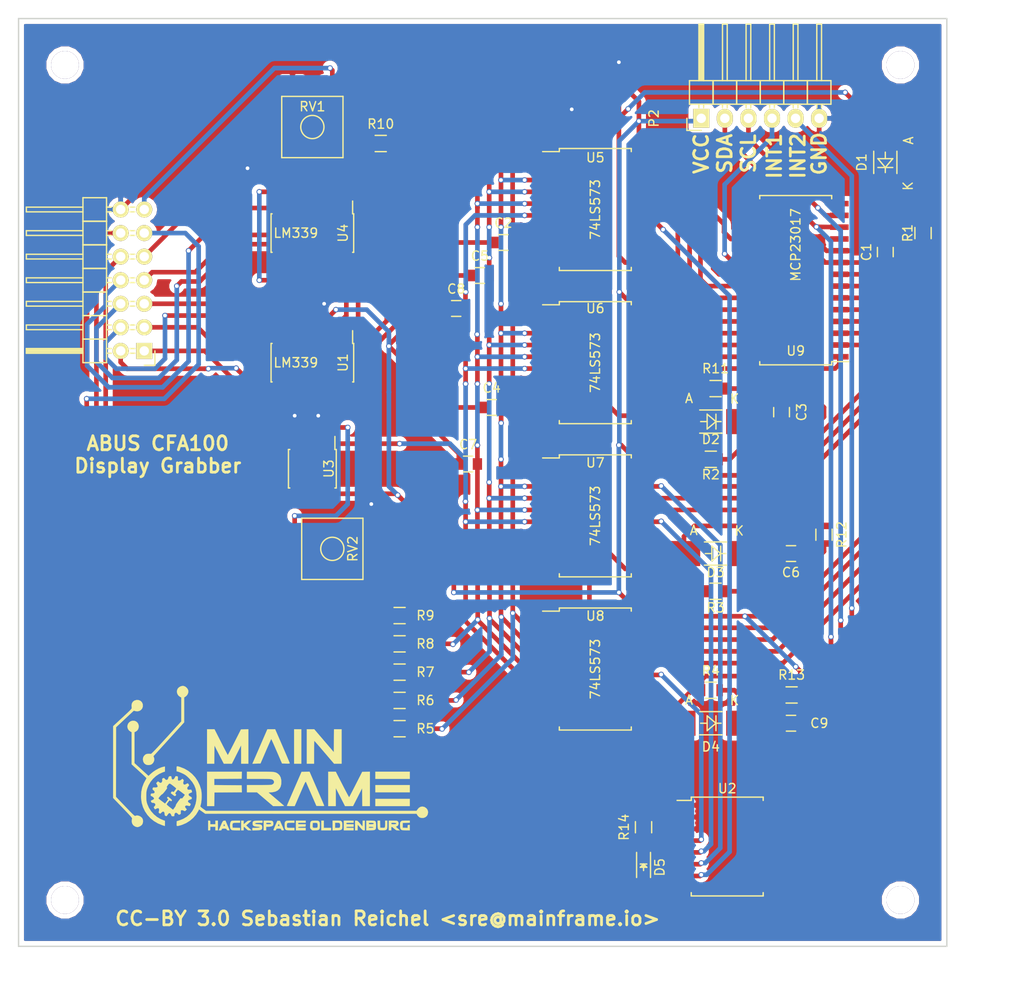
<source format=kicad_pcb>
(kicad_pcb (version 4) (host pcbnew 4.0.2+dfsg1-stable)
  (title_block (title "ABUS CFA1000 Display Grabber") (date 2016-07-31) (rev 3.0) (company Mainframe))
  (layers (0 F.Cu signal) (31 B.Cu signal) (34 B.Paste user) (35 F.Paste user) (36 B.SilkS user) (37 F.SilkS user) (38 B.Mask user) (39 F.Mask user) (44 Edge.Cuts user))
  (net 0 "")
  (net 1 /SEG4)
  (net 2 /SEG3)
  (net 3 /SEG2)
  (net 4 /SEG1)
  (net 5 /SEG0)
  (net 6 /COM3)
  (net 7 /COM2)
  (net 8 /COM1)
  (net 9 /COM0)
  (net 10 +5V)
  (net 11 /SDA)
  (net 12 /SCL)
  (net 13 GND)
  (net 14 /SEG0clean)
  (net 15 /SEG1clean)
  (net 16 /SEG2clean)
  (net 17 /SEG3clean)
  (net 18 /SEG4clean)
  (net 19 "Net-(U5-Pad16)")
  (net 20 "Net-(U5-Pad17)")
  (net 21 "Net-(U5-Pad18)")
  (net 22 "Net-(U5-Pad19)")
  (net 23 "Net-(U6-Pad15)")
  (net 24 "Net-(U6-Pad16)")
  (net 25 "Net-(U6-Pad17)")
  (net 26 "Net-(U6-Pad18)")
  (net 27 "Net-(U7-Pad16)")
  (net 28 "Net-(U7-Pad17)")
  (net 29 "Net-(U8-Pad16)")
  (net 30 "Net-(U8-Pad17)")
  (net 31 "Net-(U8-Pad18)")
  (net 32 /COM1clean)
  (net 33 /COM0clean)
  (net 34 /COM2clean)
  (net 35 /COM3clean)
  (net 36 /LOCK)
  (net 37 /UNLOCK)
  (net 38 /Vhigh)
  (net 39 /Vlow)
  (net 40 "Net-(C1-Pad1)")
  (net 41 "Net-(C3-Pad1)")
  (net 42 "Net-(C6-Pad1)")
  (net 43 "Net-(C9-Pad1)")
  (net 44 "Net-(U6-Pad19)")
  (net 45 "Net-(U7-Pad19)")
  (net 46 "Net-(U8-Pad19)")
  (net 47 /SETUP)
  (net 48 /INT1)
  (net 49 /INT2)
  (net 50 /COM0_SEG4)
  (net 51 /COM3_SEG4)
  (net 52 /COM3_SEG1)
  (net 53 /COM4_SEG4)
  (net 54 /LED)
  (net 55 "Net-(D5-Pad1)")
  (module acs-display-grabber:logo2_front (layer F.Cu) (at 131.064 132.842)
    (fp_text reference G*** hide)
    (fp_text value LOGO hide)
  )
  (module Mounting_Holes:MountingHole_3mm (layer F.Cu) (at 199 148)
    (fp_text reference REF** hide)
    (fp_text value MountingHole_3mm hide)
    (pad 1 thru_hole circle (at 0 0) (size 3 3) (drill 3) (layers))
  )
  (module Mounting_Holes:MountingHole_3mm (layer F.Cu) (at 109 148)
    (fp_text reference REF** hide)
    (fp_text value MountingHole_3mm hide)
    (pad 1 thru_hole circle (at 0 0) (size 3 3) (drill 3) (layers))
  )
  (module Mounting_Holes:MountingHole_3mm (layer F.Cu) (at 199 58)
    (fp_text reference REF** hide)
    (fp_text value MountingHole_3mm hide)
    (pad 1 thru_hole circle (at 0 0) (size 3 3) (drill 3) (layers))
  )
  (module Mounting_Holes:MountingHole_3mm (layer F.Cu) (at 109 58)
    (fp_text reference REF** hide)
    (fp_text value MountingHole_3mm hide)
    (pad 1 thru_hole circle (at 0 0) (size 3 3) (drill 3) (layers))
  )
  (module Housings_SOIC:SOIC-28_7.5x17.9mm_Pitch1.27mm (layer F.Cu) (at 187.72 81.2 180)
    (fp_text reference U9 (at 0 -7.62 180) (layer F.SilkS))
    (fp_text value MCP23017 (at 0 3.81 270) (layer F.SilkS))
    (pad 1 smd rect (at -4.7 -8.255 180) (size 2 0.6) (layers F.Cu F.Paste F.Mask) (net 23 "Net-(U6-Pad15)"))
    (pad 2 smd rect (at -4.7 -6.985 180) (size 2 0.6) (layers F.Cu F.Paste F.Mask) (net 45 "Net-(U7-Pad19)"))
    (pad 3 smd rect (at -4.7 -5.715 180) (size 2 0.6) (layers F.Cu F.Paste F.Mask) (net 28 "Net-(U7-Pad17)"))
    (pad 4 smd rect (at -4.7 -4.445 180) (size 2 0.6) (layers F.Cu F.Paste F.Mask) (net 27 "Net-(U7-Pad16)"))
    (pad 5 smd rect (at -4.7 -3.175 180) (size 2 0.6) (layers F.Cu F.Paste F.Mask) (net 46 "Net-(U8-Pad19)"))
    (pad 6 smd rect (at -4.7 -1.905 180) (size 2 0.6) (layers F.Cu F.Paste F.Mask) (net 31 "Net-(U8-Pad18)"))
    (pad 7 smd rect (at -4.7 -0.635 180) (size 2 0.6) (layers F.Cu F.Paste F.Mask) (net 30 "Net-(U8-Pad17)"))
    (pad 8 smd rect (at -4.7 0.635 180) (size 2 0.6) (layers F.Cu F.Paste F.Mask) (net 29 "Net-(U8-Pad16)"))
    (pad 9 smd rect (at -4.7 1.905 180) (size 2 0.6) (layers F.Cu F.Paste F.Mask) (net 10 +5V))
    (pad 10 smd rect (at -4.7 3.175 180) (size 2 0.6) (layers F.Cu F.Paste F.Mask) (net 13 GND))
    (pad 11 smd rect (at -4.7 4.445 180) (size 2 0.6) (layers F.Cu F.Paste F.Mask))
    (pad 12 smd rect (at -4.7 5.715 180) (size 2 0.6) (layers F.Cu F.Paste F.Mask) (net 11 /SDA))
    (pad 13 smd rect (at -4.7 6.985 180) (size 2 0.6) (layers F.Cu F.Paste F.Mask) (net 12 /SCL))
    (pad 14 smd rect (at -4.7 8.255 180) (size 2 0.6) (layers F.Cu F.Paste F.Mask))
    (pad 15 smd rect (at 4.7 8.255 180) (size 2 0.6) (layers F.Cu F.Paste F.Mask) (net 13 GND))
    (pad 16 smd rect (at 4.7 6.985 180) (size 2 0.6) (layers F.Cu F.Paste F.Mask) (net 13 GND))
    (pad 17 smd rect (at 4.7 5.715 180) (size 2 0.6) (layers F.Cu F.Paste F.Mask) (net 13 GND))
    (pad 18 smd rect (at 4.7 4.445 180) (size 2 0.6) (layers F.Cu F.Paste F.Mask) (net 10 +5V))
    (pad 19 smd rect (at 4.7 3.175 180) (size 2 0.6) (layers F.Cu F.Paste F.Mask))
    (pad 20 smd rect (at 4.7 1.905 180) (size 2 0.6) (layers F.Cu F.Paste F.Mask) (net 48 /INT1))
    (pad 21 smd rect (at 4.7 0.635 180) (size 2 0.6) (layers F.Cu F.Paste F.Mask) (net 22 "Net-(U5-Pad19)"))
    (pad 22 smd rect (at 4.7 -0.635 180) (size 2 0.6) (layers F.Cu F.Paste F.Mask) (net 21 "Net-(U5-Pad18)"))
    (pad 23 smd rect (at 4.7 -1.905 180) (size 2 0.6) (layers F.Cu F.Paste F.Mask) (net 20 "Net-(U5-Pad17)"))
    (pad 24 smd rect (at 4.7 -3.175 180) (size 2 0.6) (layers F.Cu F.Paste F.Mask) (net 19 "Net-(U5-Pad16)"))
    (pad 25 smd rect (at 4.7 -4.445 180) (size 2 0.6) (layers F.Cu F.Paste F.Mask) (net 44 "Net-(U6-Pad19)"))
    (pad 26 smd rect (at 4.7 -5.715 180) (size 2 0.6) (layers F.Cu F.Paste F.Mask) (net 26 "Net-(U6-Pad18)"))
    (pad 27 smd rect (at 4.7 -6.985 180) (size 2 0.6) (layers F.Cu F.Paste F.Mask) (net 25 "Net-(U6-Pad17)"))
    (pad 28 smd rect (at 4.7 -8.255 180) (size 2 0.6) (layers F.Cu F.Paste F.Mask) (net 24 "Net-(U6-Pad16)"))
  )
  (module Housings_SOIC:SOIC-14_3.9x8.7mm_Pitch1.27mm (layer F.Cu) (at 135.65 90.09 270)
    (fp_text reference U1 (at 0 -3.302 270) (layer F.SilkS))
    (fp_text value LM339 (at 0 1.778 360) (layer F.SilkS))
    (pad 1 smd rect (at -2.7 -3.81 270) (size 1.5 0.6) (layers F.Cu F.Paste F.Mask) (net 15 /SEG1clean))
    (pad 2 smd rect (at -2.7 -2.54 270) (size 1.5 0.6) (layers F.Cu F.Paste F.Mask) (net 14 /SEG0clean))
    (pad 3 smd rect (at -2.7 -1.27 270) (size 1.5 0.6) (layers F.Cu F.Paste F.Mask) (net 10 +5V))
    (pad 4 smd rect (at -2.7 0 270) (size 1.5 0.6) (layers F.Cu F.Paste F.Mask) (net 5 /SEG0))
    (pad 5 smd rect (at -2.7 1.27 270) (size 1.5 0.6) (layers F.Cu F.Paste F.Mask) (net 39 /Vlow))
    (pad 6 smd rect (at -2.7 2.54 270) (size 1.5 0.6) (layers F.Cu F.Paste F.Mask) (net 4 /SEG1))
    (pad 7 smd rect (at -2.7 3.81 270) (size 1.5 0.6) (layers F.Cu F.Paste F.Mask) (net 39 /Vlow))
    (pad 8 smd rect (at 2.7 3.81 270) (size 1.5 0.6) (layers F.Cu F.Paste F.Mask) (net 2 /SEG3))
    (pad 9 smd rect (at 2.7 2.54 270) (size 1.5 0.6) (layers F.Cu F.Paste F.Mask) (net 39 /Vlow))
    (pad 10 smd rect (at 2.7 1.27 270) (size 1.5 0.6) (layers F.Cu F.Paste F.Mask) (net 3 /SEG2))
    (pad 11 smd rect (at 2.7 0 270) (size 1.5 0.6) (layers F.Cu F.Paste F.Mask) (net 39 /Vlow))
    (pad 12 smd rect (at 2.7 -1.27 270) (size 1.5 0.6) (layers F.Cu F.Paste F.Mask) (net 13 GND))
    (pad 13 smd rect (at 2.7 -2.54 270) (size 1.5 0.6) (layers F.Cu F.Paste F.Mask) (net 16 /SEG2clean))
    (pad 14 smd rect (at 2.7 -3.81 270) (size 1.5 0.6) (layers F.Cu F.Paste F.Mask) (net 17 /SEG3clean))
  )
  (module Housings_SOIC:SOIC-8_3.9x4.9mm_Pitch1.27mm (layer F.Cu) (at 135.65 101.52 270)
    (fp_text reference U3 (at 0 -1.778 270) (layer F.SilkS))
    (fp_text value LM393)
    (pad 1 smd rect (at -2.7 -1.905 270) (size 1.55 0.6) (layers F.Cu F.Paste F.Mask) (net 18 /SEG4clean))
    (pad 2 smd rect (at -2.7 -0.635 270) (size 1.55 0.6) (layers F.Cu F.Paste F.Mask) (net 1 /SEG4))
    (pad 3 smd rect (at -2.7 0.635 270) (size 1.55 0.6) (layers F.Cu F.Paste F.Mask) (net 39 /Vlow))
    (pad 4 smd rect (at -2.7 1.905 270) (size 1.55 0.6) (layers F.Cu F.Paste F.Mask) (net 13 GND))
    (pad 5 smd rect (at 2.7 1.905 270) (size 1.55 0.6) (layers F.Cu F.Paste F.Mask))
    (pad 6 smd rect (at 2.7 0.635 270) (size 1.55 0.6) (layers F.Cu F.Paste F.Mask))
    (pad 7 smd rect (at 2.7 -0.635 270) (size 1.55 0.6) (layers F.Cu F.Paste F.Mask))
    (pad 8 smd rect (at 2.7 -1.905 270) (size 1.55 0.6) (layers F.Cu F.Paste F.Mask) (net 10 +5V))
  )
  (module Housings_SOIC:SOIC-14_3.9x8.7mm_Pitch1.27mm (layer F.Cu) (at 135.65 76.12 270)
    (fp_text reference U4 (at 0 -3.302 270) (layer F.SilkS))
    (fp_text value LM339 (at 0 1.778 360) (layer F.SilkS))
    (pad 1 smd rect (at -2.7 -3.81 270) (size 1.5 0.6) (layers F.Cu F.Paste F.Mask) (net 32 /COM1clean))
    (pad 2 smd rect (at -2.7 -2.54 270) (size 1.5 0.6) (layers F.Cu F.Paste F.Mask) (net 33 /COM0clean))
    (pad 3 smd rect (at -2.7 -1.27 270) (size 1.5 0.6) (layers F.Cu F.Paste F.Mask) (net 10 +5V))
    (pad 4 smd rect (at -2.7 0 270) (size 1.5 0.6) (layers F.Cu F.Paste F.Mask) (net 38 /Vhigh))
    (pad 5 smd rect (at -2.7 1.27 270) (size 1.5 0.6) (layers F.Cu F.Paste F.Mask) (net 9 /COM0))
    (pad 6 smd rect (at -2.7 2.54 270) (size 1.5 0.6) (layers F.Cu F.Paste F.Mask) (net 38 /Vhigh))
    (pad 7 smd rect (at -2.7 3.81 270) (size 1.5 0.6) (layers F.Cu F.Paste F.Mask) (net 8 /COM1))
    (pad 8 smd rect (at 2.7 3.81 270) (size 1.5 0.6) (layers F.Cu F.Paste F.Mask) (net 38 /Vhigh))
    (pad 9 smd rect (at 2.7 2.54 270) (size 1.5 0.6) (layers F.Cu F.Paste F.Mask) (net 6 /COM3))
    (pad 10 smd rect (at 2.7 1.27 270) (size 1.5 0.6) (layers F.Cu F.Paste F.Mask) (net 38 /Vhigh))
    (pad 11 smd rect (at 2.7 0 270) (size 1.5 0.6) (layers F.Cu F.Paste F.Mask) (net 7 /COM2))
    (pad 12 smd rect (at 2.7 -1.27 270) (size 1.5 0.6) (layers F.Cu F.Paste F.Mask) (net 13 GND))
    (pad 13 smd rect (at 2.7 -2.54 270) (size 1.5 0.6) (layers F.Cu F.Paste F.Mask) (net 34 /COM2clean))
    (pad 14 smd rect (at 2.7 -3.81 270) (size 1.5 0.6) (layers F.Cu F.Paste F.Mask) (net 35 /COM3clean))
  )
  (module Housings_SOIC:SOIC-20_7.5x12.8mm_Pitch1.27mm (layer F.Cu) (at 166.13 73.58)
    (fp_text reference U5 (at 0 -5.588) (layer F.SilkS))
    (fp_text value 74LS573 (at 0 0 90) (layer F.SilkS))
    (pad 1 smd rect (at -4.7 -5.715) (size 1.95 0.6) (layers F.Cu F.Paste F.Mask) (net 13 GND))
    (pad 2 smd rect (at -4.7 -4.445) (size 1.95 0.6) (layers F.Cu F.Paste F.Mask) (net 14 /SEG0clean))
    (pad 3 smd rect (at -4.7 -3.175) (size 1.95 0.6) (layers F.Cu F.Paste F.Mask) (net 15 /SEG1clean))
    (pad 4 smd rect (at -4.7 -1.905) (size 1.95 0.6) (layers F.Cu F.Paste F.Mask) (net 16 /SEG2clean))
    (pad 5 smd rect (at -4.7 -0.635) (size 1.95 0.6) (layers F.Cu F.Paste F.Mask) (net 17 /SEG3clean))
    (pad 6 smd rect (at -4.7 0.635) (size 1.95 0.6) (layers F.Cu F.Paste F.Mask) (net 18 /SEG4clean))
    (pad 7 smd rect (at -4.7 1.905) (size 1.95 0.6) (layers F.Cu F.Paste F.Mask))
    (pad 8 smd rect (at -4.7 3.175) (size 1.95 0.6) (layers F.Cu F.Paste F.Mask))
    (pad 9 smd rect (at -4.7 4.445) (size 1.95 0.6) (layers F.Cu F.Paste F.Mask))
    (pad 10 smd rect (at -4.7 5.715) (size 1.95 0.6) (layers F.Cu F.Paste F.Mask) (net 13 GND))
    (pad 11 smd rect (at 4.7 5.715) (size 1.95 0.6) (layers F.Cu F.Paste F.Mask) (net 33 /COM0clean))
    (pad 12 smd rect (at 4.7 4.445) (size 1.95 0.6) (layers F.Cu F.Paste F.Mask))
    (pad 13 smd rect (at 4.7 3.175) (size 1.95 0.6) (layers F.Cu F.Paste F.Mask))
    (pad 14 smd rect (at 4.7 1.905) (size 1.95 0.6) (layers F.Cu F.Paste F.Mask))
    (pad 15 smd rect (at 4.7 0.635) (size 1.95 0.6) (layers F.Cu F.Paste F.Mask) (net 50 /COM0_SEG4))
    (pad 16 smd rect (at 4.7 -0.635) (size 1.95 0.6) (layers F.Cu F.Paste F.Mask) (net 19 "Net-(U5-Pad16)"))
    (pad 17 smd rect (at 4.7 -1.905) (size 1.95 0.6) (layers F.Cu F.Paste F.Mask) (net 20 "Net-(U5-Pad17)"))
    (pad 18 smd rect (at 4.7 -3.175) (size 1.95 0.6) (layers F.Cu F.Paste F.Mask) (net 21 "Net-(U5-Pad18)"))
    (pad 19 smd rect (at 4.7 -4.445) (size 1.95 0.6) (layers F.Cu F.Paste F.Mask) (net 22 "Net-(U5-Pad19)"))
    (pad 20 smd rect (at 4.7 -5.715) (size 1.95 0.6) (layers F.Cu F.Paste F.Mask) (net 10 +5V))
  )
  (module Housings_SOIC:SOIC-20_7.5x12.8mm_Pitch1.27mm (layer F.Cu) (at 166.13 106.6)
    (fp_text reference U7 (at 0 -5.715) (layer F.SilkS))
    (fp_text value 74LS573 (at 0 0 90) (layer F.SilkS))
    (pad 1 smd rect (at -4.7 -5.715) (size 1.95 0.6) (layers F.Cu F.Paste F.Mask) (net 13 GND))
    (pad 2 smd rect (at -4.7 -4.445) (size 1.95 0.6) (layers F.Cu F.Paste F.Mask) (net 14 /SEG0clean))
    (pad 3 smd rect (at -4.7 -3.175) (size 1.95 0.6) (layers F.Cu F.Paste F.Mask) (net 15 /SEG1clean))
    (pad 4 smd rect (at -4.7 -1.905) (size 1.95 0.6) (layers F.Cu F.Paste F.Mask) (net 16 /SEG2clean))
    (pad 5 smd rect (at -4.7 -0.635) (size 1.95 0.6) (layers F.Cu F.Paste F.Mask) (net 17 /SEG3clean))
    (pad 6 smd rect (at -4.7 0.635) (size 1.95 0.6) (layers F.Cu F.Paste F.Mask) (net 18 /SEG4clean))
    (pad 7 smd rect (at -4.7 1.905) (size 1.95 0.6) (layers F.Cu F.Paste F.Mask))
    (pad 8 smd rect (at -4.7 3.175) (size 1.95 0.6) (layers F.Cu F.Paste F.Mask))
    (pad 9 smd rect (at -4.7 4.445) (size 1.95 0.6) (layers F.Cu F.Paste F.Mask))
    (pad 10 smd rect (at -4.7 5.715) (size 1.95 0.6) (layers F.Cu F.Paste F.Mask) (net 13 GND))
    (pad 11 smd rect (at 4.7 5.715) (size 1.95 0.6) (layers F.Cu F.Paste F.Mask) (net 34 /COM2clean))
    (pad 12 smd rect (at 4.7 4.445) (size 1.95 0.6) (layers F.Cu F.Paste F.Mask))
    (pad 13 smd rect (at 4.7 3.175) (size 1.95 0.6) (layers F.Cu F.Paste F.Mask))
    (pad 14 smd rect (at 4.7 1.905) (size 1.95 0.6) (layers F.Cu F.Paste F.Mask))
    (pad 15 smd rect (at 4.7 0.635) (size 1.95 0.6) (layers F.Cu F.Paste F.Mask) (net 51 /COM3_SEG4))
    (pad 16 smd rect (at 4.7 -0.635) (size 1.95 0.6) (layers F.Cu F.Paste F.Mask) (net 27 "Net-(U7-Pad16)"))
    (pad 17 smd rect (at 4.7 -1.905) (size 1.95 0.6) (layers F.Cu F.Paste F.Mask) (net 28 "Net-(U7-Pad17)"))
    (pad 18 smd rect (at 4.7 -3.175) (size 1.95 0.6) (layers F.Cu F.Paste F.Mask) (net 52 /COM3_SEG1))
    (pad 19 smd rect (at 4.7 -4.445) (size 1.95 0.6) (layers F.Cu F.Paste F.Mask) (net 45 "Net-(U7-Pad19)"))
    (pad 20 smd rect (at 4.7 -5.715) (size 1.95 0.6) (layers F.Cu F.Paste F.Mask) (net 10 +5V))
  )
  (module Housings_SOIC:SOIC-20_7.5x12.8mm_Pitch1.27mm (layer F.Cu) (at 166.13 123.11)
    (fp_text reference U8 (at 0 -5.715) (layer F.SilkS))
    (fp_text value 74LS573 (at 0 0 90) (layer F.SilkS))
    (pad 1 smd rect (at -4.7 -5.715) (size 1.95 0.6) (layers F.Cu F.Paste F.Mask) (net 13 GND))
    (pad 2 smd rect (at -4.7 -4.445) (size 1.95 0.6) (layers F.Cu F.Paste F.Mask) (net 14 /SEG0clean))
    (pad 3 smd rect (at -4.7 -3.175) (size 1.95 0.6) (layers F.Cu F.Paste F.Mask) (net 15 /SEG1clean))
    (pad 4 smd rect (at -4.7 -1.905) (size 1.95 0.6) (layers F.Cu F.Paste F.Mask) (net 16 /SEG2clean))
    (pad 5 smd rect (at -4.7 -0.635) (size 1.95 0.6) (layers F.Cu F.Paste F.Mask) (net 17 /SEG3clean))
    (pad 6 smd rect (at -4.7 0.635) (size 1.95 0.6) (layers F.Cu F.Paste F.Mask) (net 18 /SEG4clean))
    (pad 7 smd rect (at -4.7 1.905) (size 1.95 0.6) (layers F.Cu F.Paste F.Mask))
    (pad 8 smd rect (at -4.7 3.175) (size 1.95 0.6) (layers F.Cu F.Paste F.Mask))
    (pad 9 smd rect (at -4.7 4.445) (size 1.95 0.6) (layers F.Cu F.Paste F.Mask))
    (pad 10 smd rect (at -4.7 5.715) (size 1.95 0.6) (layers F.Cu F.Paste F.Mask) (net 13 GND))
    (pad 11 smd rect (at 4.7 5.715) (size 1.95 0.6) (layers F.Cu F.Paste F.Mask) (net 35 /COM3clean))
    (pad 12 smd rect (at 4.7 4.445) (size 1.95 0.6) (layers F.Cu F.Paste F.Mask))
    (pad 13 smd rect (at 4.7 3.175) (size 1.95 0.6) (layers F.Cu F.Paste F.Mask))
    (pad 14 smd rect (at 4.7 1.905) (size 1.95 0.6) (layers F.Cu F.Paste F.Mask))
    (pad 15 smd rect (at 4.7 0.635) (size 1.95 0.6) (layers F.Cu F.Paste F.Mask) (net 53 /COM4_SEG4))
    (pad 16 smd rect (at 4.7 -0.635) (size 1.95 0.6) (layers F.Cu F.Paste F.Mask) (net 29 "Net-(U8-Pad16)"))
    (pad 17 smd rect (at 4.7 -1.905) (size 1.95 0.6) (layers F.Cu F.Paste F.Mask) (net 30 "Net-(U8-Pad17)"))
    (pad 18 smd rect (at 4.7 -3.175) (size 1.95 0.6) (layers F.Cu F.Paste F.Mask) (net 31 "Net-(U8-Pad18)"))
    (pad 19 smd rect (at 4.7 -4.445) (size 1.95 0.6) (layers F.Cu F.Paste F.Mask) (net 46 "Net-(U8-Pad19)"))
    (pad 20 smd rect (at 4.7 -5.715) (size 1.95 0.6) (layers F.Cu F.Paste F.Mask) (net 10 +5V))
  )
  (module Housings_SOIC:SOIC-20_7.5x12.8mm_Pitch1.27mm (layer F.Cu) (at 166.13 90.09)
    (fp_text reference U6 (at 0 -5.842) (layer F.SilkS))
    (fp_text value 74LS573 (at 0 0 90) (layer F.SilkS))
    (pad 1 smd rect (at -4.7 -5.715) (size 1.95 0.6) (layers F.Cu F.Paste F.Mask) (net 13 GND))
    (pad 2 smd rect (at -4.7 -4.445) (size 1.95 0.6) (layers F.Cu F.Paste F.Mask) (net 14 /SEG0clean))
    (pad 3 smd rect (at -4.7 -3.175) (size 1.95 0.6) (layers F.Cu F.Paste F.Mask) (net 15 /SEG1clean))
    (pad 4 smd rect (at -4.7 -1.905) (size 1.95 0.6) (layers F.Cu F.Paste F.Mask) (net 16 /SEG2clean))
    (pad 5 smd rect (at -4.7 -0.635) (size 1.95 0.6) (layers F.Cu F.Paste F.Mask) (net 17 /SEG3clean))
    (pad 6 smd rect (at -4.7 0.635) (size 1.95 0.6) (layers F.Cu F.Paste F.Mask) (net 18 /SEG4clean))
    (pad 7 smd rect (at -4.7 1.905) (size 1.95 0.6) (layers F.Cu F.Paste F.Mask))
    (pad 8 smd rect (at -4.7 3.175) (size 1.95 0.6) (layers F.Cu F.Paste F.Mask))
    (pad 9 smd rect (at -4.7 4.445) (size 1.95 0.6) (layers F.Cu F.Paste F.Mask))
    (pad 10 smd rect (at -4.7 5.715) (size 1.95 0.6) (layers F.Cu F.Paste F.Mask) (net 13 GND))
    (pad 11 smd rect (at 4.7 5.715) (size 1.95 0.6) (layers F.Cu F.Paste F.Mask) (net 32 /COM1clean))
    (pad 12 smd rect (at 4.7 4.445) (size 1.95 0.6) (layers F.Cu F.Paste F.Mask))
    (pad 13 smd rect (at 4.7 3.175) (size 1.95 0.6) (layers F.Cu F.Paste F.Mask))
    (pad 14 smd rect (at 4.7 1.905) (size 1.95 0.6) (layers F.Cu F.Paste F.Mask))
    (pad 15 smd rect (at 4.7 0.635) (size 1.95 0.6) (layers F.Cu F.Paste F.Mask) (net 23 "Net-(U6-Pad15)"))
    (pad 16 smd rect (at 4.7 -0.635) (size 1.95 0.6) (layers F.Cu F.Paste F.Mask) (net 24 "Net-(U6-Pad16)"))
    (pad 17 smd rect (at 4.7 -1.905) (size 1.95 0.6) (layers F.Cu F.Paste F.Mask) (net 25 "Net-(U6-Pad17)"))
    (pad 18 smd rect (at 4.7 -3.175) (size 1.95 0.6) (layers F.Cu F.Paste F.Mask) (net 26 "Net-(U6-Pad18)"))
    (pad 19 smd rect (at 4.7 -4.445) (size 1.95 0.6) (layers F.Cu F.Paste F.Mask) (net 44 "Net-(U6-Pad19)"))
    (pad 20 smd rect (at 4.7 -5.715) (size 1.95 0.6) (layers F.Cu F.Paste F.Mask) (net 10 +5V))
  )
  (module Pin_Headers:Pin_Header_Angled_2x07 (layer F.Cu) (at 117.54 88.82 180)
    (fp_text reference P1 hide)
    (fp_text value CONN_02X07 hide)
    (pad 1 thru_hole rect (at 0 0 180) (size 1.7272 1.7272) (drill 1.016) (layers *.Cu *.Mask F.SilkS) (net 1 /SEG4))
    (pad 2 thru_hole oval (at 2.54 0 180) (size 1.7272 1.7272) (drill 1.016) (layers *.Cu *.Mask F.SilkS) (net 2 /SEG3))
    (pad 3 thru_hole oval (at 0 2.54 180) (size 1.7272 1.7272) (drill 1.016) (layers *.Cu *.Mask F.SilkS) (net 3 /SEG2))
    (pad 4 thru_hole oval (at 2.54 2.54 180) (size 1.7272 1.7272) (drill 1.016) (layers *.Cu *.Mask F.SilkS) (net 4 /SEG1))
    (pad 5 thru_hole oval (at 0 5.08 180) (size 1.7272 1.7272) (drill 1.016) (layers *.Cu *.Mask F.SilkS) (net 5 /SEG0))
    (pad 6 thru_hole oval (at 2.54 5.08 180) (size 1.7272 1.7272) (drill 1.016) (layers *.Cu *.Mask F.SilkS) (net 6 /COM3))
    (pad 7 thru_hole oval (at 0 7.62 180) (size 1.7272 1.7272) (drill 1.016) (layers *.Cu *.Mask F.SilkS) (net 7 /COM2))
    (pad 8 thru_hole oval (at 2.54 7.62 180) (size 1.7272 1.7272) (drill 1.016) (layers *.Cu *.Mask F.SilkS) (net 8 /COM1))
    (pad 9 thru_hole oval (at 0 10.16 180) (size 1.7272 1.7272) (drill 1.016) (layers *.Cu *.Mask F.SilkS) (net 9 /COM0))
    (pad 10 thru_hole oval (at 2.54 10.16 180) (size 1.7272 1.7272) (drill 1.016) (layers *.Cu *.Mask F.SilkS) (net 36 /LOCK))
    (pad 11 thru_hole oval (at 0 12.7 180) (size 1.7272 1.7272) (drill 1.016) (layers *.Cu *.Mask F.SilkS) (net 47 /SETUP))
    (pad 12 thru_hole oval (at 2.54 12.7 180) (size 1.7272 1.7272) (drill 1.016) (layers *.Cu *.Mask F.SilkS) (net 37 /UNLOCK))
    (pad 13 thru_hole oval (at 0 15.24 180) (size 1.7272 1.7272) (drill 1.016) (layers *.Cu *.Mask F.SilkS) (net 10 +5V))
    (pad 14 thru_hole oval (at 2.54 15.24 180) (size 1.7272 1.7272) (drill 1.016) (layers *.Cu *.Mask F.SilkS) (net 13 GND))
  )
  (module "ACP CA6:ACP_CA6" (layer F.Cu) (at 135.65 64.69 180)
    (fp_text reference RV1 (at 0 2.2 180) (layer F.SilkS))
    (fp_text value POT)
    (pad 1 smd rect (at -2.15 4.2 180) (size 2 2) (layers F.Cu F.Paste F.Mask) (net 10 +5V))
    (pad 2 smd rect (at 0 -4.2 180) (size 2 2) (layers F.Cu F.Paste F.Mask) (net 38 /Vhigh))
    (pad 3 smd rect (at 2.15 4.2 180) (size 2 2) (layers F.Cu F.Paste F.Mask) (net 13 GND))
  )
  (module "ACP CA6:ACP_CA6" (layer F.Cu) (at 137.8 110.156 90)
    (fp_text reference RV2 (at 0 2.2 90) (layer F.SilkS))
    (fp_text value POT)
    (pad 1 smd rect (at -2.15 4.2 90) (size 2 2) (layers F.Cu F.Paste F.Mask) (net 10 +5V))
    (pad 2 smd rect (at 0 -4.2 90) (size 2 2) (layers F.Cu F.Paste F.Mask) (net 39 /Vlow))
    (pad 3 smd rect (at 2.15 4.2 90) (size 2 2) (layers F.Cu F.Paste F.Mask) (net 13 GND))
  )
  (module Capacitors_SMD:C_0805 (layer F.Cu) (at 197.372 78.168 270)
    (fp_text reference C1 (at 0 2.032 270) (layer F.SilkS))
    (fp_text value 20nF)
    (pad 1 smd rect (at -1 0 270) (size 1 1.25) (layers F.Cu F.Paste F.Mask) (net 40 "Net-(C1-Pad1)"))
    (pad 2 smd rect (at 1 0 270) (size 1 1.25) (layers F.Cu F.Paste F.Mask) (net 10 +5V))
  )
  (module Capacitors_SMD:C_0805 (layer F.Cu) (at 156.224 77.136)
    (fp_text reference C2 (at 0 -2.1) (layer F.SilkS))
    (fp_text value 10nF)
    (pad 1 smd rect (at -1 0) (size 1 1.25) (layers F.Cu F.Paste F.Mask) (net 10 +5V))
    (pad 2 smd rect (at 1 0) (size 1 1.25) (layers F.Cu F.Paste F.Mask) (net 14 /SEG0clean))
  )
  (module Capacitors_SMD:C_0805 (layer F.Cu) (at 186.196 95.424 90)
    (fp_text reference C3 (at 0 2.159 90) (layer F.SilkS))
    (fp_text value 20nF)
    (pad 1 smd rect (at -1 0 90) (size 1 1.25) (layers F.Cu F.Paste F.Mask) (net 41 "Net-(C3-Pad1)"))
    (pad 2 smd rect (at 1 0 90) (size 1 1.25) (layers F.Cu F.Paste F.Mask) (net 10 +5V))
  )
  (module Capacitors_SMD:C_0805 (layer F.Cu) (at 154.97 94.916)
    (fp_text reference C4 (at 0 -2.1) (layer F.SilkS))
    (fp_text value 10nF)
    (pad 1 smd rect (at -1 0) (size 1 1.25) (layers F.Cu F.Paste F.Mask) (net 10 +5V))
    (pad 2 smd rect (at 1 0) (size 1 1.25) (layers F.Cu F.Paste F.Mask) (net 15 /SEG1clean))
  )
  (module Capacitors_SMD:C_0805 (layer F.Cu) (at 153.7 80.692)
    (fp_text reference C5 (at 0 -2.1) (layer F.SilkS))
    (fp_text value 10nF)
    (pad 1 smd rect (at -1 0) (size 1 1.25) (layers F.Cu F.Paste F.Mask) (net 10 +5V))
    (pad 2 smd rect (at 1 0) (size 1 1.25) (layers F.Cu F.Paste F.Mask) (net 16 /SEG2clean))
  )
  (module Capacitors_SMD:C_0805 (layer F.Cu) (at 187.212 110.664)
    (fp_text reference C6 (at 0 2.032) (layer F.SilkS))
    (fp_text value 20nF)
    (pad 1 smd rect (at -1 0) (size 1 1.25) (layers F.Cu F.Paste F.Mask) (net 42 "Net-(C6-Pad1)"))
    (pad 2 smd rect (at 1 0) (size 1 1.25) (layers F.Cu F.Paste F.Mask) (net 10 +5V))
  )
  (module Capacitors_SMD:C_0805 (layer F.Cu) (at 152.43 101.012)
    (fp_text reference C7 (at 0 -2.1) (layer F.SilkS))
    (fp_text value 10nF)
    (pad 1 smd rect (at -1 0) (size 1 1.25) (layers F.Cu F.Paste F.Mask) (net 10 +5V))
    (pad 2 smd rect (at 1 0) (size 1 1.25) (layers F.Cu F.Paste F.Mask) (net 17 /SEG3clean))
  )
  (module Capacitors_SMD:C_0805 (layer F.Cu) (at 151.144 84.248)
    (fp_text reference C8 (at 0 -2.1) (layer F.SilkS))
    (fp_text value 10nF)
    (pad 1 smd rect (at -1 0) (size 1 1.25) (layers F.Cu F.Paste F.Mask) (net 10 +5V))
    (pad 2 smd rect (at 1 0) (size 1 1.25) (layers F.Cu F.Paste F.Mask) (net 18 /SEG4clean))
  )
  (module Capacitors_SMD:C_0805 (layer F.Cu) (at 187.212 128.952)
    (fp_text reference C9 (at 3.048 0) (layer F.SilkS))
    (fp_text value 20nF)
    (pad 1 smd rect (at -1 0) (size 1 1.25) (layers F.Cu F.Paste F.Mask) (net 43 "Net-(C9-Pad1)"))
    (pad 2 smd rect (at 1 0) (size 1 1.25) (layers F.Cu F.Paste F.Mask) (net 10 +5V))
  )
  (module Diodes_SMD:MELF_Handsoldering (layer F.Cu) (at 197.372 68.5 90)
    (fp_text reference D1 (at 0 -2.54 90) (layer F.SilkS))
    (fp_text value 1N4007)
    (fp_text user K (at -2.55 2.45 90) (layer F.SilkS))
    (fp_text user A (at 2.35 2.5 90) (layer F.SilkS))
    (pad 1 smd rect (at -3.40106 0 90) (size 3.50012 2.70002) (layers F.Cu F.Paste F.Mask) (net 40 "Net-(C1-Pad1)"))
    (pad 2 smd rect (at 3.40106 0 90) (size 3.50012 2.70002) (layers F.Cu F.Paste F.Mask) (net 33 /COM0clean))
  )
  (module Diodes_SMD:MELF_Handsoldering (layer F.Cu) (at 178.576 96.44 180)
    (fp_text reference D2 (at 0 -1.905 180) (layer F.SilkS))
    (fp_text value 1N4007)
    (fp_text user K (at -2.55 2.45 180) (layer F.SilkS))
    (fp_text user A (at 2.35 2.5 180) (layer F.SilkS))
    (pad 1 smd rect (at -3.40106 0 180) (size 3.50012 2.70002) (layers F.Cu F.Paste F.Mask) (net 41 "Net-(C3-Pad1)"))
    (pad 2 smd rect (at 3.40106 0 180) (size 3.50012 2.70002) (layers F.Cu F.Paste F.Mask) (net 32 /COM1clean))
  )
  (module Diodes_SMD:MELF_Handsoldering (layer F.Cu) (at 179.084 110.664 180)
    (fp_text reference D3 (at 0 -2.032 180) (layer F.SilkS))
    (fp_text value 1N4007)
    (fp_text user K (at -2.55 2.45 180) (layer F.SilkS))
    (fp_text user A (at 2.35 2.5 180) (layer F.SilkS))
    (pad 1 smd rect (at -3.40106 0 180) (size 3.50012 2.70002) (layers F.Cu F.Paste F.Mask) (net 42 "Net-(C6-Pad1)"))
    (pad 2 smd rect (at 3.40106 0 180) (size 3.50012 2.70002) (layers F.Cu F.Paste F.Mask) (net 34 /COM2clean))
  )
  (module Diodes_SMD:MELF_Handsoldering (layer F.Cu) (at 178.576 128.952 180)
    (fp_text reference D4 (at 0 -2.54 180) (layer F.SilkS))
    (fp_text value 1N4007)
    (fp_text user K (at -2.55 2.45 180) (layer F.SilkS))
    (fp_text user A (at 2.35 2.5 180) (layer F.SilkS))
    (pad 1 smd rect (at -3.40106 0 180) (size 3.50012 2.70002) (layers F.Cu F.Paste F.Mask) (net 43 "Net-(C9-Pad1)"))
    (pad 2 smd rect (at 3.40106 0 180) (size 3.50012 2.70002) (layers F.Cu F.Paste F.Mask) (net 35 /COM3clean))
  )
  (module Resistors_SMD:R_0805 (layer F.Cu) (at 201.436 76.12 270)
    (fp_text reference R1 (at 0 1.651 270) (layer F.SilkS))
    (fp_text value 1.8K)
    (pad 1 smd rect (at -0.95 0 270) (size 0.7 1.3) (layers F.Cu F.Paste F.Mask) (net 33 /COM0clean))
    (pad 2 smd rect (at 0.95 0 270) (size 0.7 1.3) (layers F.Cu F.Paste F.Mask) (net 40 "Net-(C1-Pad1)"))
  )
  (module Resistors_SMD:R_0805 (layer F.Cu) (at 178.576 100.504)
    (fp_text reference R2 (at 0 1.651) (layer F.SilkS))
    (fp_text value 1.8K)
    (pad 1 smd rect (at -0.95 0) (size 0.7 1.3) (layers F.Cu F.Paste F.Mask) (net 32 /COM1clean))
    (pad 2 smd rect (at 0.95 0) (size 0.7 1.3) (layers F.Cu F.Paste F.Mask) (net 41 "Net-(C3-Pad1)"))
  )
  (module Resistors_SMD:R_0805 (layer F.Cu) (at 179.084 114.728)
    (fp_text reference R3 (at 0 1.778) (layer F.SilkS))
    (fp_text value 1.8K)
    (pad 1 smd rect (at -0.95 0) (size 0.7 1.3) (layers F.Cu F.Paste F.Mask) (net 34 /COM2clean))
    (pad 2 smd rect (at 0.95 0) (size 0.7 1.3) (layers F.Cu F.Paste F.Mask) (net 42 "Net-(C6-Pad1)"))
  )
  (module Resistors_SMD:R_0805 (layer F.Cu) (at 178.576 125.396)
    (fp_text reference R4 (at 0 -2.1) (layer F.SilkS))
    (fp_text value 1.8K)
    (pad 1 smd rect (at -0.95 0) (size 0.7 1.3) (layers F.Cu F.Paste F.Mask) (net 35 /COM3clean))
    (pad 2 smd rect (at 0.95 0) (size 0.7 1.3) (layers F.Cu F.Paste F.Mask) (net 43 "Net-(C9-Pad1)"))
  )
  (module Resistors_SMD:R_0805 (layer F.Cu) (at 145.048 129.54)
    (fp_text reference R5 (at 2.78 0) (layer F.SilkS))
    (fp_text value 3.3K)
    (pad 1 smd rect (at -0.95 0) (size 0.7 1.3) (layers F.Cu F.Paste F.Mask) (net 10 +5V))
    (pad 2 smd rect (at 0.95 0) (size 0.7 1.3) (layers F.Cu F.Paste F.Mask) (net 14 /SEG0clean))
  )
  (module Resistors_SMD:R_0805 (layer F.Cu) (at 145.048 126.492)
    (fp_text reference R6 (at 2.78 0) (layer F.SilkS))
    (fp_text value 3.3K)
    (pad 1 smd rect (at -0.95 0) (size 0.7 1.3) (layers F.Cu F.Paste F.Mask) (net 10 +5V))
    (pad 2 smd rect (at 0.95 0) (size 0.7 1.3) (layers F.Cu F.Paste F.Mask) (net 15 /SEG1clean))
  )
  (module Resistors_SMD:R_0805 (layer F.Cu) (at 145.048 123.444)
    (fp_text reference R7 (at 2.78 0) (layer F.SilkS))
    (fp_text value 3.3K)
    (pad 1 smd rect (at -0.95 0) (size 0.7 1.3) (layers F.Cu F.Paste F.Mask) (net 10 +5V))
    (pad 2 smd rect (at 0.95 0) (size 0.7 1.3) (layers F.Cu F.Paste F.Mask) (net 16 /SEG2clean))
  )
  (module Resistors_SMD:R_0805 (layer F.Cu) (at 145.048 120.396)
    (fp_text reference R8 (at 2.78 0) (layer F.SilkS))
    (fp_text value 3.3K)
    (pad 1 smd rect (at -0.95 0) (size 0.7 1.3) (layers F.Cu F.Paste F.Mask) (net 10 +5V))
    (pad 2 smd rect (at 0.95 0) (size 0.7 1.3) (layers F.Cu F.Paste F.Mask) (net 17 /SEG3clean))
  )
  (module Resistors_SMD:R_0805 (layer F.Cu) (at 145.048 117.348)
    (fp_text reference R9 (at 2.78 0) (layer F.SilkS))
    (fp_text value 3.3K)
    (pad 1 smd rect (at -0.95 0) (size 0.7 1.3) (layers F.Cu F.Paste F.Mask) (net 10 +5V))
    (pad 2 smd rect (at 0.95 0) (size 0.7 1.3) (layers F.Cu F.Paste F.Mask) (net 18 /SEG4clean))
  )
  (module Resistors_SMD:R_0805 (layer F.Cu) (at 143.016 66.468)
    (fp_text reference R10 (at 0 -2.1) (layer F.SilkS))
    (fp_text value 3.3K)
    (pad 1 smd rect (at -0.95 0) (size 0.7 1.3) (layers F.Cu F.Paste F.Mask) (net 10 +5V))
    (pad 2 smd rect (at 0.95 0) (size 0.7 1.3) (layers F.Cu F.Paste F.Mask) (net 33 /COM0clean))
  )
  (module Resistors_SMD:R_0805 (layer F.Cu) (at 179.084 92.884 180)
    (fp_text reference R11 (at 0 2.159 180) (layer F.SilkS))
    (fp_text value 3.3K)
    (pad 1 smd rect (at -0.95 0 180) (size 0.7 1.3) (layers F.Cu F.Paste F.Mask) (net 10 +5V))
    (pad 2 smd rect (at 0.95 0 180) (size 0.7 1.3) (layers F.Cu F.Paste F.Mask) (net 32 /COM1clean))
  )
  (module Resistors_SMD:R_0805 (layer F.Cu) (at 190.768 108.632 90)
    (fp_text reference R12 (at 0 1.905 90) (layer F.SilkS))
    (fp_text value 3.3K)
    (pad 1 smd rect (at -0.95 0 90) (size 0.7 1.3) (layers F.Cu F.Paste F.Mask) (net 10 +5V))
    (pad 2 smd rect (at 0.95 0 90) (size 0.7 1.3) (layers F.Cu F.Paste F.Mask) (net 34 /COM2clean))
  )
  (module Resistors_SMD:R_0805 (layer F.Cu) (at 187.278 125.904 180)
    (fp_text reference R13 (at 0 2.159 180) (layer F.SilkS))
    (fp_text value 3.3K)
    (pad 1 smd rect (at -0.95 0 180) (size 0.7 1.3) (layers F.Cu F.Paste F.Mask) (net 10 +5V))
    (pad 2 smd rect (at 0.95 0 180) (size 0.7 1.3) (layers F.Cu F.Paste F.Mask) (net 35 /COM3clean))
  )
  (module acs-display-grabber:logo_front (layer B.Cu) (at 128 119 180)
    (fp_text reference G*** hide)
    (fp_text value LOGO hide)
  )
  (module LEDs:LED_0805 (layer F.Cu) (at 171.326901 144.476201 270)
    (fp_text reference D5 (at 0 -1.75 270) (layer F.SilkS))
    (fp_text value "Red LED")
    (pad 2 smd rect (at 1.04902 0 90) (size 1.19888 1.19888) (layers F.Cu F.Paste F.Mask) (net 54 /LED))
    (pad 1 smd rect (at -1.04902 0 90) (size 1.19888 1.19888) (layers F.Cu F.Paste F.Mask) (net 55 "Net-(D5-Pad1)"))
  )
  (module Pin_Headers:Pin_Header_Angled_1x06 (layer F.Cu) (at 177.546 63.754 90)
    (fp_text reference P2 (at 0 -5.1 90) (layer F.SilkS))
    (fp_text value CONN_01X06)
    (pad 1 thru_hole rect (at 0 0 90) (size 2.032 1.7272) (drill 1.016) (layers *.Cu *.Mask F.SilkS) (net 10 +5V))
    (pad 2 thru_hole oval (at 0 2.54 90) (size 2.032 1.7272) (drill 1.016) (layers *.Cu *.Mask F.SilkS) (net 11 /SDA))
    (pad 3 thru_hole oval (at 0 5.08 90) (size 2.032 1.7272) (drill 1.016) (layers *.Cu *.Mask F.SilkS) (net 12 /SCL))
    (pad 4 thru_hole oval (at 0 7.62 90) (size 2.032 1.7272) (drill 1.016) (layers *.Cu *.Mask F.SilkS) (net 48 /INT1))
    (pad 5 thru_hole oval (at 0 10.16 90) (size 2.032 1.7272) (drill 1.016) (layers *.Cu *.Mask F.SilkS) (net 49 /INT2))
    (pad 6 thru_hole oval (at 0 12.7 90) (size 2.032 1.7272) (drill 1.016) (layers *.Cu *.Mask F.SilkS) (net 13 GND))
  )
  (module Resistors_SMD:R_0805 (layer F.Cu) (at 171.326901 140.158201 90)
    (fp_text reference R14 (at 0 -2.1 90) (layer F.SilkS))
    (fp_text value 150)
    (pad 1 smd rect (at -0.95 0 90) (size 0.7 1.3) (layers F.Cu F.Paste F.Mask) (net 55 "Net-(D5-Pad1)"))
    (pad 2 smd rect (at 0.95 0 90) (size 0.7 1.3) (layers F.Cu F.Paste F.Mask) (net 13 GND))
  )
  (module Housings_SOIC:SOIC-16_7.5x10.3mm_Pitch1.27mm (layer F.Cu) (at 180.34 142.24)
    (fp_text reference U2 (at 0 -6.25) (layer F.SilkS))
    (fp_text value PCF8574)
    (pad 1 smd rect (at -4.65 -4.445) (size 1.5 0.6) (layers F.Cu F.Paste F.Mask) (net 13 GND))
    (pad 2 smd rect (at -4.65 -3.175) (size 1.5 0.6) (layers F.Cu F.Paste F.Mask) (net 13 GND))
    (pad 3 smd rect (at -4.65 -1.905) (size 1.5 0.6) (layers F.Cu F.Paste F.Mask) (net 13 GND))
    (pad 4 smd rect (at -4.65 -0.635) (size 1.5 0.6) (layers F.Cu F.Paste F.Mask) (net 53 /COM4_SEG4))
    (pad 5 smd rect (at -4.65 0.635) (size 1.5 0.6) (layers F.Cu F.Paste F.Mask) (net 51 /COM3_SEG4))
    (pad 6 smd rect (at -4.65 1.905) (size 1.5 0.6) (layers F.Cu F.Paste F.Mask) (net 52 /COM3_SEG1))
    (pad 7 smd rect (at -4.65 3.175) (size 1.5 0.6) (layers F.Cu F.Paste F.Mask) (net 50 /COM0_SEG4))
    (pad 8 smd rect (at -4.65 4.445) (size 1.5 0.6) (layers F.Cu F.Paste F.Mask) (net 13 GND))
    (pad 9 smd rect (at 4.65 4.445) (size 1.5 0.6) (layers F.Cu F.Paste F.Mask) (net 54 /LED))
    (pad 10 smd rect (at 4.65 3.175) (size 1.5 0.6) (layers F.Cu F.Paste F.Mask) (net 36 /LOCK))
    (pad 11 smd rect (at 4.65 1.905) (size 1.5 0.6) (layers F.Cu F.Paste F.Mask) (net 37 /UNLOCK))
    (pad 12 smd rect (at 4.65 0.635) (size 1.5 0.6) (layers F.Cu F.Paste F.Mask) (net 47 /SETUP))
    (pad 13 smd rect (at 4.65 -0.635) (size 1.5 0.6) (layers F.Cu F.Paste F.Mask) (net 49 /INT2))
    (pad 14 smd rect (at 4.65 -1.905) (size 1.5 0.6) (layers F.Cu F.Paste F.Mask) (net 12 /SCL))
    (pad 15 smd rect (at 4.65 -3.175) (size 1.5 0.6) (layers F.Cu F.Paste F.Mask) (net 11 /SDA))
    (pad 16 smd rect (at 4.65 -4.445) (size 1.5 0.6) (layers F.Cu F.Paste F.Mask) (net 10 +5V))
  )
  (gr_text INT2 (at 187.96 67.818 90) (layer F.SilkS) (effects (font (size 1.5 1.5) (thickness 0.3))))
  (gr_text INT1 (at 185.42 67.818 90) (layer F.SilkS) (effects (font (size 1.5 1.5) (thickness 0.3))))
  (gr_text SCL (at 182.626 67.564 90) (layer F.SilkS) (effects (font (size 1.5 1.5) (thickness 0.3))))
  (gr_text SDA (at 180.086 67.564 90) (layer F.SilkS) (effects (font (size 1.5 1.5) (thickness 0.3))))
  (gr_text GND (at 190.246 67.564 90) (layer F.SilkS) (effects (font (size 1.5 1.5) (thickness 0.3))))
  (gr_text VCC (at 177.546 67.564 90) (layer F.SilkS) (effects (font (size 1.5 1.5) (thickness 0.3))))
  (gr_text "CC-BY 3.0 Sebastian Reichel <sre@mainframe.io>" (at 143.764 150) (layer F.SilkS) (effects (font (size 1.5 1.5) (thickness 0.3))))
  (gr_text "ABUS CFA100\nDisplay Grabber" (at 119 100) (layer F.SilkS) (effects (font (size 1.5 1.5) (thickness 0.3))))
  (gr_line (start 204 153) (end 204 53) (layer Edge.Cuts) (width 0.15))
  (gr_line (start 104 153) (end 204 153) (layer Edge.Cuts) (width 0.15))
  (gr_line (start 104 53) (end 104 153) (layer Edge.Cuts) (width 0.15))
  (gr_line (start 204 53) (end 104 53) (layer Edge.Cuts) (width 0.15))
  (segment (start 136.285 98.82) (end 136.285 99.776447) (width 0.5) (layer F.Cu) (net 1))
  (segment (start 136.285 99.776447) (end 135.65 100.411447) (width 0.5) (layer F.Cu) (net 1))
  (segment (start 135.65 100.411447) (end 135.583554 100.345001) (width 0.5) (layer F.Cu) (net 1))
  (segment (start 135.583554 100.345001) (end 132.844999 100.345001) (width 0.5) (layer F.Cu) (net 1))
  (segment (start 132.844999 100.345001) (end 132.694999 100.195001) (width 0.5) (layer F.Cu) (net 1))
  (segment (start 132.694999 100.195001) (end 132.694999 97.456446) (width 0.5) (layer F.Cu) (net 1))
  (segment (start 132.694999 97.456446) (end 124.058553 88.82) (width 0.5) (layer F.Cu) (net 1))
  (segment (start 124.058553 88.82) (end 117.54 88.82) (width 0.5) (layer F.Cu) (net 1))
  (segment (start 124.024415 90.741548) (end 124.448679 90.741548) (width 0.5) (layer F.Cu) (net 2))
  (segment (start 115.700234 90.741548) (end 124.024415 90.741548) (width 0.5) (layer F.Cu) (net 2))
  (segment (start 115 90.041314) (end 115.700234 90.741548) (width 0.5) (layer F.Cu) (net 2))
  (segment (start 115 88.82) (end 115 90.041314) (width 0.5) (layer F.Cu) (net 2))
  (segment (start 124.506704 90.683523) (end 124.448679 90.741548) (width 0.5) (layer B.Cu) (net 2))
  (segment (start 127.436477 90.683523) (end 124.506704 90.683523) (width 0.5) (layer B.Cu) (net 2))
  (via (at 124.448679 90.741548) (size 0.6) (drill 0.4) (layers F.Cu B.Cu) (net 2))
  (segment (start 131.84 92.79) (end 129.542954 92.79) (width 0.5) (layer F.Cu) (net 2))
  (via (at 127.436477 90.683523) (size 0.6) (drill 0.4) (layers F.Cu B.Cu) (net 2))
  (segment (start 127.736476 90.983522) (end 127.436477 90.683523) (width 0.5) (layer F.Cu) (net 2))
  (segment (start 129.542954 92.79) (end 127.736476 90.983522) (width 0.5) (layer F.Cu) (net 2))
  (segment (start 125.2 88.185) (end 123.295 86.28) (width 0.5) (layer F.Cu) (net 3))
  (segment (start 123.295 86.28) (end 117.54 86.28) (width 0.5) (layer F.Cu) (net 3))
  (segment (start 134.11001 90.45501) (end 134.38 90.725) (width 0.5) (layer F.Cu) (net 3))
  (segment (start 134.38 90.725) (end 134.38 92.79) (width 0.5) (layer F.Cu) (net 3))
  (segment (start 132.060783 90.45501) (end 134.11001 90.45501) (width 0.5) (layer F.Cu) (net 3))
  (segment (start 129.790774 88.185) (end 132.060783 90.45501) (width 0.5) (layer F.Cu) (net 3))
  (segment (start 125.2 88.185) (end 129.790774 88.185) (width 0.5) (layer F.Cu) (net 3))
  (segment (start 115 86.28) (end 113.386399 87.893601) (width 0.5) (layer B.Cu) (net 4))
  (segment (start 114.533418 90.741548) (end 118.695654 90.741548) (width 0.5) (layer B.Cu) (net 4))
  (segment (start 113.386399 87.893601) (end 113.386399 89.594529) (width 0.5) (layer B.Cu) (net 4))
  (segment (start 113.386399 89.594529) (end 114.533418 90.741548) (width 0.5) (layer B.Cu) (net 4))
  (segment (start 118.695654 90.741548) (end 119.775 89.662202) (width 0.5) (layer B.Cu) (net 4))
  (segment (start 119.775 89.662202) (end 119.775 85.01) (width 0.5) (layer B.Cu) (net 4))
  (segment (start 119.775 85.01) (end 127.351 85.01) (width 0.5) (layer F.Cu) (net 4))
  (segment (start 127.351 85.01) (end 127.986 84.375) (width 0.5) (layer F.Cu) (net 4))
  (via (at 119.775 85.01) (size 0.6) (drill 0.4) (layers F.Cu B.Cu) (net 4))
  (segment (start 132.475 84.375) (end 133.11 85.01) (width 0.5) (layer F.Cu) (net 4))
  (segment (start 133.11 85.01) (end 133.11 87.39) (width 0.5) (layer F.Cu) (net 4))
  (segment (start 127.986 84.375) (end 132.475 84.375) (width 0.5) (layer F.Cu) (net 4))
  (segment (start 117.54 83.74) (end 124.565 83.74) (width 0.5) (layer F.Cu) (net 5))
  (segment (start 124.565 83.74) (end 125.2 83.105) (width 0.5) (layer F.Cu) (net 5))
  (segment (start 135.65 85.01) (end 135.65 87.39) (width 0.5) (layer F.Cu) (net 5))
  (segment (start 133.745 83.105) (end 135.65 85.01) (width 0.5) (layer F.Cu) (net 5))
  (segment (start 125.2 83.105) (end 133.745 83.105) (width 0.5) (layer F.Cu) (net 5))
  (segment (start 121.045 81.835) (end 121.543589 81.336411) (width 0.5) (layer F.Cu) (net 6))
  (segment (start 121.543589 81.336411) (end 123.514951 81.336411) (width 0.5) (layer F.Cu) (net 6))
  (segment (start 123.514951 81.336411) (end 127.531363 77.319999) (width 0.5) (layer F.Cu) (net 6))
  (segment (start 127.531363 77.319999) (end 132.859999 77.319999) (width 0.5) (layer F.Cu) (net 6))
  (segment (start 132.859999 77.319999) (end 133.11 77.57) (width 0.5) (layer F.Cu) (net 6))
  (segment (start 133.11 77.57) (end 133.11 78.82) (width 0.5) (layer F.Cu) (net 6))
  (segment (start 115 83.74) (end 112.386389 86.353611) (width 0.5) (layer B.Cu) (net 6))
  (segment (start 112.386389 86.353611) (end 112.386389 90.008746) (width 0.5) (layer B.Cu) (net 6))
  (segment (start 112.386389 90.008746) (end 114.119201 91.741558) (width 0.5) (layer B.Cu) (net 6))
  (segment (start 121.045 89.806429) (end 121.045 81.835) (width 0.5) (layer B.Cu) (net 6))
  (segment (start 114.119201 91.741558) (end 119.109871 91.741558) (width 0.5) (layer B.Cu) (net 6))
  (segment (start 119.109871 91.741558) (end 121.045 89.806429) (width 0.5) (layer B.Cu) (net 6))
  (via (at 121.045 81.835) (size 0.6) (drill 0.4) (layers F.Cu B.Cu) (net 6))
  (segment (start 117.54 81.2) (end 118.403599 80.336401) (width 0.5) (layer F.Cu) (net 7))
  (segment (start 118.403599 80.336401) (end 123.040999 80.336401) (width 0.5) (layer F.Cu) (net 7))
  (segment (start 123.040999 80.336401) (end 127.057411 76.319989) (width 0.5) (layer F.Cu) (net 7))
  (segment (start 135.65 78.82) (end 135.65 77.57) (width 0.5) (layer F.Cu) (net 7))
  (segment (start 135.65 77.57) (end 134.399989 76.319989) (width 0.5) (layer F.Cu) (net 7))
  (segment (start 134.399989 76.319989) (end 127.057411 76.319989) (width 0.5) (layer F.Cu) (net 7))
  (segment (start 135.8 78.7) (end 135.8 79.15) (width 0.25) (layer F.Cu) (net 7))
  (segment (start 122.315 78.025) (end 126.92 73.42) (width 0.5) (layer F.Cu) (net 8))
  (segment (start 126.92 73.42) (end 128.416 73.42) (width 0.5) (layer F.Cu) (net 8))
  (segment (start 128.416 73.42) (end 131.84 73.42) (width 0.5) (layer F.Cu) (net 8))
  (segment (start 122.04501 90.220646) (end 122.315 89.950656) (width 0.5) (layer B.Cu) (net 8))
  (segment (start 122.315 89.950656) (end 122.315 82.119002) (width 0.5) (layer B.Cu) (net 8))
  (segment (start 122.315 82.119002) (end 122.315 78.025) (width 0.5) (layer B.Cu) (net 8))
  (via (at 122.315 78.025) (size 0.6) (drill 0.4) (layers F.Cu B.Cu) (net 8))
  (segment (start 113.704984 92.741568) (end 119.524088 92.741568) (width 0.5) (layer B.Cu) (net 8))
  (segment (start 119.524088 92.741568) (end 122.04501 90.220646) (width 0.5) (layer B.Cu) (net 8))
  (segment (start 111.386379 85.939394) (end 111.386379 90.422963) (width 0.5) (layer B.Cu) (net 8))
  (segment (start 111.386379 90.422963) (end 113.704984 92.741568) (width 0.5) (layer B.Cu) (net 8))
  (segment (start 115 81.2) (end 113.386399 82.813601) (width 0.5) (layer B.Cu) (net 8))
  (segment (start 113.386399 82.813601) (end 113.386399 83.939375) (width 0.5) (layer B.Cu) (net 8))
  (segment (start 113.386399 83.939375) (end 111.386379 85.939394) (width 0.5) (layer B.Cu) (net 8))
  (segment (start 134.38 73.42) (end 134.38 71.604228) (width 0.5) (layer F.Cu) (net 9))
  (segment (start 134.38 71.604228) (end 133.180772 70.405) (width 0.5) (layer F.Cu) (net 9))
  (segment (start 133.180772 70.405) (end 125.795 70.405) (width 0.5) (layer F.Cu) (net 9))
  (segment (start 125.795 70.405) (end 117.54 78.66) (width 0.5) (layer F.Cu) (net 9))
  (segment (start 170.83 117.395) (end 170.83 117.015) (width 0.5) (layer F.Cu) (net 10))
  (segment (start 170.83 117.015) (end 168.67 114.855) (width 0.5) (layer F.Cu) (net 10))
  (segment (start 170.83 64.055) (end 177.245 64.055) (width 0.5) (layer B.Cu) (net 10))
  (segment (start 177.245 64.055) (end 177.546 63.754) (width 0.5) (layer B.Cu) (net 10))
  (segment (start 188.212 128.952) (end 188.212 133.788) (width 0.5) (layer F.Cu) (net 10))
  (segment (start 188.212 133.788) (end 188.197 133.788) (width 0.5) (layer F.Cu) (net 10))
  (segment (start 188.197 133.788) (end 184.99 136.995) (width 0.5) (layer F.Cu) (net 10))
  (segment (start 184.99 136.995) (end 184.99 137.795) (width 0.5) (layer F.Cu) (net 10))
  (segment (start 183.568227 117.421773) (end 188.212 112.778) (width 0.5) (layer F.Cu) (net 10))
  (segment (start 188.212 112.778) (end 188.212 111.789) (width 0.5) (layer F.Cu) (net 10))
  (segment (start 182.241707 117.421773) (end 183.568227 117.421773) (width 0.5) (layer F.Cu) (net 10))
  (segment (start 174.824206 117.395) (end 174.850979 117.421773) (width 0.5) (layer F.Cu) (net 10))
  (segment (start 174.850979 117.421773) (end 182.241707 117.421773) (width 0.5) (layer F.Cu) (net 10))
  (segment (start 182.285773 117.421773) (end 182.241707 117.421773) (width 0.5) (layer B.Cu) (net 10))
  (segment (start 187.72 122.856) (end 182.285773 117.421773) (width 0.5) (layer B.Cu) (net 10))
  (via (at 182.241707 117.421773) (size 0.6) (drill 0.4) (layers F.Cu B.Cu) (net 10))
  (segment (start 142 123.364) (end 142 125.476) (width 0.5) (layer F.Cu) (net 10))
  (segment (start 142 125.476) (end 142 127.428) (width 0.5) (layer F.Cu) (net 10))
  (segment (start 144.098 126.492) (end 143.248 126.492) (width 0.5) (layer F.Cu) (net 10))
  (segment (start 143.248 126.492) (end 142.232 125.476) (width 0.5) (layer F.Cu) (net 10))
  (segment (start 142.232 125.476) (end 142 125.476) (width 0.5) (layer F.Cu) (net 10))
  (segment (start 142 119.808) (end 142 122.428) (width 0.5) (layer F.Cu) (net 10))
  (segment (start 142 122.428) (end 142 123.364) (width 0.5) (layer F.Cu) (net 10))
  (segment (start 144.098 123.444) (end 143.248 123.444) (width 0.5) (layer F.Cu) (net 10))
  (segment (start 143.248 123.444) (end 142.232 122.428) (width 0.5) (layer F.Cu) (net 10))
  (segment (start 142.232 122.428) (end 142 122.428) (width 0.5) (layer F.Cu) (net 10))
  (segment (start 142 116.332) (end 142 118.872) (width 0.5) (layer F.Cu) (net 10))
  (segment (start 142 118.872) (end 142 119.808) (width 0.5) (layer F.Cu) (net 10))
  (segment (start 144.098 120.396) (end 143.248 120.396) (width 0.5) (layer F.Cu) (net 10))
  (segment (start 143.248 120.396) (end 142 119.148) (width 0.5) (layer F.Cu) (net 10))
  (segment (start 142 119.148) (end 142 118.872) (width 0.5) (layer F.Cu) (net 10))
  (segment (start 142 115.744) (end 142 116.332) (width 0.5) (layer F.Cu) (net 10))
  (segment (start 142.232 116.332) (end 142 116.332) (width 0.5) (layer F.Cu) (net 10))
  (segment (start 144.098 117.348) (end 143.248 117.348) (width 0.5) (layer F.Cu) (net 10))
  (segment (start 143.248 117.348) (end 142.232 116.332) (width 0.5) (layer F.Cu) (net 10))
  (segment (start 143.248 129.532) (end 142 128.284) (width 0.5) (layer F.Cu) (net 10))
  (segment (start 142 128.284) (end 142 127.428) (width 0.5) (layer F.Cu) (net 10))
  (segment (start 143.248 129.54) (end 143.248 129.532) (width 0.5) (layer F.Cu) (net 10))
  (segment (start 144.098 129.54) (end 143.248 129.54) (width 0.5) (layer F.Cu) (net 10))
  (segment (start 188.212 110.664) (end 190.536 110.664) (width 0.5) (layer F.Cu) (net 10))
  (segment (start 190.536 110.664) (end 190.768 110.432) (width 0.5) (layer F.Cu) (net 10))
  (segment (start 190.768 110.432) (end 190.768 109.582) (width 0.5) (layer F.Cu) (net 10))
  (segment (start 170.83 100.885) (end 173.886622 100.885) (width 0.5) (layer F.Cu) (net 10))
  (segment (start 173.886622 100.885) (end 175.236773 102.235151) (width 0.5) (layer F.Cu) (net 10))
  (segment (start 190.768 94.916) (end 190.276 94.424) (width 0.5) (layer F.Cu) (net 10))
  (segment (start 175.236773 102.235151) (end 184.464849 102.235151) (width 0.5) (layer F.Cu) (net 10))
  (segment (start 190.768 95.932) (end 190.768 94.916) (width 0.5) (layer F.Cu) (net 10))
  (segment (start 184.464849 102.235151) (end 190.768 95.932) (width 0.5) (layer F.Cu) (net 10))
  (segment (start 190.276 94.424) (end 186.196 94.424) (width 0.5) (layer F.Cu) (net 10))
  (segment (start 186.196 94.424) (end 186.196 93.424) (width 0.5) (layer F.Cu) (net 10))
  (segment (start 186.196 93.424) (end 185.656 92.884) (width 0.5) (layer F.Cu) (net 10))
  (segment (start 185.656 92.884) (end 183.656 92.884) (width 0.5) (layer F.Cu) (net 10))
  (segment (start 180.034 92.884) (end 183.656 92.884) (width 0.5) (layer F.Cu) (net 10))
  (segment (start 142 112.306) (end 142 115.744) (width 0.5) (layer F.Cu) (net 10))
  (segment (start 147.744 60.49) (end 147.922079 60.49) (width 0.5) (layer F.Cu) (net 10))
  (segment (start 147.922079 60.49) (end 151.437099 56.97498) (width 0.5) (layer F.Cu) (net 10))
  (segment (start 147.744 60.49) (end 137.8 60.49) (width 0.5) (layer F.Cu) (net 10))
  (segment (start 170.83 64.055) (end 170.83 61.950703) (width 0.5) (layer F.Cu) (net 10))
  (segment (start 170.83 61.950703) (end 165.854278 56.97498) (width 0.5) (layer F.Cu) (net 10))
  (segment (start 165.854278 56.97498) (end 151.437099 56.97498) (width 0.5) (layer F.Cu) (net 10))
  (segment (start 142.066 66.468) (end 142.066 66.168) (width 0.5) (layer F.Cu) (net 10))
  (segment (start 142.066 66.168) (end 147.744 60.49) (width 0.5) (layer F.Cu) (net 10))
  (segment (start 136.92 73.42) (end 136.92 71.914) (width 0.5) (layer F.Cu) (net 10))
  (segment (start 136.92 71.914) (end 142.066 66.768) (width 0.5) (layer F.Cu) (net 10))
  (segment (start 142.066 66.768) (end 142.066 66.468) (width 0.5) (layer F.Cu) (net 10))
  (segment (start 188.228 125.904) (end 188.228 124.754) (width 0.5) (layer F.Cu) (net 10))
  (segment (start 188.228 124.754) (end 188.212 124.738) (width 0.5) (layer F.Cu) (net 10))
  (segment (start 188.212 124.738) (end 188.212 123.348) (width 0.5) (layer F.Cu) (net 10))
  (segment (start 188.212 128.952) (end 188.212 125.92) (width 0.5) (layer F.Cu) (net 10))
  (segment (start 188.212 125.92) (end 188.228 125.904) (width 0.5) (layer F.Cu) (net 10))
  (segment (start 150.89 110.414154) (end 149.615846 109.14) (width 0.5) (layer F.Cu) (net 10))
  (segment (start 149.615846 109.14) (end 147.710846 107.235) (width 0.5) (layer F.Cu) (net 10))
  (segment (start 142 112.306) (end 143.5 112.306) (width 0.5) (layer F.Cu) (net 10))
  (segment (start 143.5 112.306) (end 146.666 109.14) (width 0.5) (layer F.Cu) (net 10))
  (segment (start 146.666 109.14) (end 149.615846 109.14) (width 0.5) (layer F.Cu) (net 10))
  (segment (start 192.42 79.295) (end 197.245 79.295) (width 0.5) (layer F.Cu) (net 10))
  (segment (start 197.245 79.295) (end 197.372 79.168) (width 0.5) (layer F.Cu) (net 10))
  (segment (start 188.212 123.348) (end 187.72 122.856) (width 0.5) (layer F.Cu) (net 10))
  (via (at 187.72 122.856) (size 0.6) (drill 0.4) (layers F.Cu B.Cu) (net 10))
  (segment (start 170.83 117.395) (end 174.824206 117.395) (width 0.5) (layer F.Cu) (net 10))
  (segment (start 188.212 111.789) (end 188.212 110.664) (width 0.5) (layer F.Cu) (net 10))
  (segment (start 150.496741 94.916) (end 147.956741 92.376) (width 0.5) (layer F.Cu) (net 10))
  (segment (start 147.956741 92.376) (end 143.892741 88.312) (width 0.5) (layer F.Cu) (net 10))
  (segment (start 151.43 101.012) (end 151.43 99.887) (width 0.5) (layer F.Cu) (net 10))
  (segment (start 151.43 99.887) (end 147.956741 96.413741) (width 0.5) (layer F.Cu) (net 10))
  (segment (start 147.956741 96.413741) (end 147.956741 92.376) (width 0.5) (layer F.Cu) (net 10))
  (segment (start 153.97 94.916) (end 150.496741 94.916) (width 0.5) (layer F.Cu) (net 10))
  (segment (start 150.144 84.248) (end 147.830455 84.248) (width 0.5) (layer F.Cu) (net 10))
  (segment (start 147.830455 84.248) (end 145.665279 86.413176) (width 0.5) (layer F.Cu) (net 10))
  (segment (start 145.665279 86.413176) (end 145.665279 82.724) (width 0.5) (layer F.Cu) (net 10))
  (segment (start 145.665279 82.724) (end 145.665279 79.676) (width 0.5) (layer F.Cu) (net 10))
  (segment (start 152.7 80.692) (end 147.697279 80.692) (width 0.5) (layer F.Cu) (net 10))
  (segment (start 147.697279 80.692) (end 145.665279 82.724) (width 0.5) (layer F.Cu) (net 10))
  (segment (start 143.892741 88.312) (end 143.892741 88.185713) (width 0.5) (layer F.Cu) (net 10))
  (segment (start 143.892741 88.185713) (end 145.665279 86.413176) (width 0.5) (layer F.Cu) (net 10))
  (segment (start 145.665279 79.676) (end 148.205279 77.136) (width 0.5) (layer F.Cu) (net 10))
  (segment (start 148.205279 77.136) (end 155.224 77.136) (width 0.5) (layer F.Cu) (net 10))
  (segment (start 143.892741 86.766835) (end 143.892741 88.312) (width 0.5) (layer B.Cu) (net 10))
  (segment (start 143.892741 88.312) (end 143.892741 93.245139) (width 0.5) (layer B.Cu) (net 10))
  (via (at 143.892741 88.312) (size 0.6) (drill 0.4) (layers F.Cu B.Cu) (net 10))
  (segment (start 137.555 58.34) (end 131.558686 58.34) (width 0.5) (layer B.Cu) (net 10))
  (segment (start 137.8 60.49) (end 137.8 58.585) (width 0.5) (layer F.Cu) (net 10))
  (segment (start 137.8 58.585) (end 137.555 58.34) (width 0.5) (layer F.Cu) (net 10))
  (via (at 137.555 58.34) (size 0.6) (drill 0.4) (layers F.Cu B.Cu) (net 10))
  (segment (start 117.54 73.58) (end 117.54 72.358686) (width 0.5) (layer B.Cu) (net 10))
  (segment (start 117.54 72.358686) (end 131.558686 58.34) (width 0.5) (layer B.Cu) (net 10))
  (segment (start 147.710846 107.235) (end 145.145509 104.669663) (width 0.5) (layer F.Cu) (net 10))
  (segment (start 143.87288 93.265) (end 143.892741 93.284861) (width 0.5) (layer B.Cu) (net 10))
  (segment (start 143.892741 93.284861) (end 143.892741 103.416895) (width 0.5) (layer B.Cu) (net 10))
  (segment (start 143.892741 103.416895) (end 144.84551 104.369664) (width 0.5) (layer B.Cu) (net 10))
  (segment (start 138.19 84.375) (end 141.500906 84.375) (width 0.5) (layer B.Cu) (net 10))
  (segment (start 141.500906 84.375) (end 143.892741 86.766835) (width 0.5) (layer B.Cu) (net 10))
  (segment (start 143.892741 93.245139) (end 143.87288 93.265) (width 0.5) (layer B.Cu) (net 10))
  (segment (start 144.695846 104.22) (end 144.84551 104.369664) (width 0.5) (layer F.Cu) (net 10))
  (segment (start 137.555 104.22) (end 144.695846 104.22) (width 0.5) (layer F.Cu) (net 10))
  (segment (start 145.145509 104.669663) (end 144.84551 104.369664) (width 0.5) (layer F.Cu) (net 10))
  (segment (start 150.89 114.855) (end 150.89 110.414154) (width 0.5) (layer F.Cu) (net 10))
  (via (at 144.84551 104.369664) (size 0.6) (drill 0.4) (layers F.Cu B.Cu) (net 10))
  (segment (start 136.92 87.39) (end 136.92 85.645) (width 0.5) (layer F.Cu) (net 10))
  (segment (start 136.92 85.645) (end 138.19 84.375) (width 0.5) (layer F.Cu) (net 10))
  (via (at 138.19 84.375) (size 0.6) (drill 0.4) (layers F.Cu B.Cu) (net 10))
  (segment (start 168.67 114.855) (end 150.89 114.855) (width 0.5) (layer B.Cu) (net 10))
  (via (at 150.89 114.855) (size 0.6) (drill 0.4) (layers F.Cu B.Cu) (net 10))
  (segment (start 170.83 64.055) (end 170.83 67.865) (width 0.5) (layer F.Cu) (net 10))
  (via (at 170.83 64.055) (size 0.6) (drill 0.4) (layers F.Cu B.Cu) (net 10))
  (segment (start 168.72 82.47) (end 168.72 66.165) (width 0.5) (layer B.Cu) (net 10))
  (segment (start 168.72 66.165) (end 170.83 64.055) (width 0.5) (layer B.Cu) (net 10))
  (via (at 168.67 114.855) (size 0.6) (drill 0.4) (layers F.Cu B.Cu) (net 10))
  (segment (start 168.67 98.98) (end 168.67 114.855) (width 0.5) (layer B.Cu) (net 10))
  (segment (start 168.67 98.98) (end 168.925 98.98) (width 0.5) (layer F.Cu) (net 10))
  (segment (start 168.925 98.98) (end 170.83 100.885) (width 0.5) (layer F.Cu) (net 10))
  (segment (start 168.72 82.47) (end 168.72 98.93) (width 0.5) (layer B.Cu) (net 10))
  (via (at 168.67 98.98) (size 0.6) (drill 0.4) (layers F.Cu B.Cu) (net 10))
  (segment (start 168.72 98.93) (end 168.67 98.98) (width 0.5) (layer B.Cu) (net 10))
  (segment (start 170.83 84.375) (end 170.625 84.375) (width 0.5) (layer F.Cu) (net 10))
  (segment (start 170.625 84.375) (end 168.72 82.47) (width 0.5) (layer F.Cu) (net 10))
  (via (at 168.72 82.47) (size 0.6) (drill 0.4) (layers F.Cu B.Cu) (net 10))
  (segment (start 183.02 76.755) (end 180.732964 76.755) (width 0.5) (layer F.Cu) (net 10))
  (segment (start 180.732964 76.755) (end 179.999999 76.022035) (width 0.5) (layer F.Cu) (net 10))
  (segment (start 179.999999 76.022035) (end 179.999999 75.168869) (width 0.5) (layer F.Cu) (net 10))
  (segment (start 179.999999 75.168869) (end 172.69613 67.865) (width 0.5) (layer F.Cu) (net 10))
  (segment (start 172.69613 67.865) (end 170.5 67.865) (width 0.5) (layer F.Cu) (net 10))
  (segment (start 190.895 79.295) (end 188.355 76.755) (width 0.5) (layer F.Cu) (net 10))
  (segment (start 188.355 76.755) (end 183.02 76.755) (width 0.5) (layer F.Cu) (net 10))
  (segment (start 192.42 79.295) (end 190.895 79.295) (width 0.5) (layer F.Cu) (net 10))
  (segment (start 186.24 139.065) (end 191.516 133.789) (width 0.5) (layer F.Cu) (net 11))
  (segment (start 184.99 139.065) (end 186.24 139.065) (width 0.5) (layer F.Cu) (net 11))
  (segment (start 191.516 77.016064) (end 189.94958 75.449644) (width 0.5) (layer B.Cu) (net 11))
  (segment (start 191.516 119.634) (end 191.516 77.016064) (width 0.5) (layer B.Cu) (net 11))
  (segment (start 191.516 120.142) (end 191.516 119.634) (width 0.5) (layer F.Cu) (net 11))
  (segment (start 191.516 133.789) (end 191.516 120.142) (width 0.5) (layer F.Cu) (net 11))
  (via (at 191.516 119.634) (size 0.6) (drill 0.4) (layers F.Cu B.Cu) (net 11))
  (segment (start 192.42 75.485) (end 189.94958 75.449644) (width 0.5) (layer F.Cu) (net 11))
  (segment (start 189.94958 75.449644) (end 189.914224 75.485) (width 0.5) (layer F.Cu) (net 11))
  (via (at 189.94958 75.449644) (size 0.6) (drill 0.4) (layers F.Cu B.Cu) (net 11))
  (segment (start 189.914224 75.485) (end 180.086 65.656776) (width 0.5) (layer F.Cu) (net 11))
  (segment (start 180.086 65.656776) (end 180.086 63.754) (width 0.5) (layer F.Cu) (net 11))
  (segment (start 190.92 74.215) (end 190.111 73.406) (width 0.5) (layer F.Cu) (net 12))
  (segment (start 190.111 73.406) (end 188.355 71.65) (width 0.5) (layer F.Cu) (net 12))
  (segment (start 192.56601 117.856) (end 192.56601 75.86101) (width 0.5) (layer B.Cu) (net 12))
  (segment (start 192.56601 75.86101) (end 190.111 73.406) (width 0.5) (layer B.Cu) (net 12))
  (via (at 190.111 73.406) (size 0.6) (drill 0.4) (layers F.Cu B.Cu) (net 12))
  (segment (start 192.532 121.205748) (end 192.56601 121.171738) (width 0.5) (layer F.Cu) (net 12))
  (segment (start 192.56601 121.171738) (end 192.56601 117.856) (width 0.5) (layer F.Cu) (net 12))
  (via (at 192.56601 117.856) (size 0.6) (drill 0.4) (layers F.Cu B.Cu) (net 12))
  (segment (start 184.99 140.335) (end 186.384226 140.335) (width 0.5) (layer F.Cu) (net 12))
  (segment (start 186.384226 140.335) (end 192.532 134.187226) (width 0.5) (layer F.Cu) (net 12))
  (segment (start 192.532 134.187226) (end 192.532 121.205748) (width 0.5) (layer F.Cu) (net 12))
  (segment (start 192.42 74.215) (end 190.92 74.215) (width 0.5) (layer F.Cu) (net 12))
  (segment (start 188.355 71.65) (end 188.33 71.65) (width 0.5) (layer F.Cu) (net 12))
  (segment (start 188.33 71.65) (end 182.626 65.946) (width 0.5) (layer F.Cu) (net 12))
  (segment (start 182.626 65.946) (end 182.626 63.754) (width 0.5) (layer F.Cu) (net 12))
  (segment (start 189.509899 60.985899) (end 190.246 61.722) (width 0.5) (layer F.Cu) (net 13))
  (segment (start 190.246 61.722) (end 190.246 63.754) (width 0.5) (layer F.Cu) (net 13))
  (segment (start 171.950899 60.985899) (end 189.509899 60.985899) (width 0.5) (layer F.Cu) (net 13))
  (segment (start 183.02 72.945) (end 183.02 72.055) (width 0.5) (layer F.Cu) (net 13))
  (segment (start 183.02 72.055) (end 180.724735 69.759735) (width 0.5) (layer F.Cu) (net 13))
  (segment (start 179.11439 69.759735) (end 171.950899 62.596244) (width 0.5) (layer F.Cu) (net 13))
  (segment (start 180.724735 69.759735) (end 179.11439 69.759735) (width 0.5) (layer F.Cu) (net 13))
  (segment (start 171.950899 62.596244) (end 171.950899 60.985899) (width 0.5) (layer F.Cu) (net 13))
  (segment (start 171.950899 60.985899) (end 171.21 60.245) (width 0.5) (layer F.Cu) (net 13))
  (segment (start 171.21 60.245) (end 168.67 57.705) (width 0.5) (layer F.Cu) (net 13))
  (segment (start 171.326901 139.208201) (end 171.326901 138.358201) (width 0.5) (layer F.Cu) (net 13))
  (segment (start 171.326901 138.358201) (end 170.7637 137.795) (width 0.5) (layer F.Cu) (net 13))
  (segment (start 170.7637 137.795) (end 169.6 137.795) (width 0.5) (layer F.Cu) (net 13))
  (segment (start 175.69 140.335) (end 174.44 140.335) (width 0.5) (layer F.Cu) (net 13))
  (segment (start 174.44 140.335) (end 173.99 140.785) (width 0.5) (layer F.Cu) (net 13))
  (segment (start 173.99 140.785) (end 173.99 146.235) (width 0.5) (layer F.Cu) (net 13))
  (segment (start 173.99 146.235) (end 174.44 146.685) (width 0.5) (layer F.Cu) (net 13))
  (segment (start 174.44 146.685) (end 175.69 146.685) (width 0.5) (layer F.Cu) (net 13))
  (segment (start 175.69 139.065) (end 175.69 140.335) (width 0.5) (layer F.Cu) (net 13))
  (segment (start 175.69 137.795) (end 175.69 139.065) (width 0.5) (layer F.Cu) (net 13))
  (segment (start 161.43 128.825) (end 161.43 129.625) (width 0.5) (layer F.Cu) (net 13))
  (segment (start 161.43 129.625) (end 169.6 137.795) (width 0.5) (layer F.Cu) (net 13))
  (segment (start 169.6 137.795) (end 175.69 137.795) (width 0.5) (layer F.Cu) (net 13))
  (segment (start 142 105.33) (end 142 108.006) (width 0.5) (layer F.Cu) (net 13))
  (segment (start 115 73.58) (end 122.62 65.96) (width 0.5) (layer F.Cu) (net 13))
  (segment (start 126.53 65.96) (end 128.665 63.825) (width 0.5) (layer F.Cu) (net 13))
  (segment (start 122.62 65.96) (end 126.53 65.96) (width 0.5) (layer F.Cu) (net 13))
  (segment (start 142 97.71) (end 142 105.33) (width 0.5) (layer B.Cu) (net 13))
  (via (at 142 105.33) (size 0.6) (drill 0.4) (layers F.Cu B.Cu) (net 13))
  (segment (start 140.095 95.805) (end 142 97.71) (width 0.5) (layer B.Cu) (net 13))
  (segment (start 136.285 95.805) (end 140.095 95.805) (width 0.5) (layer B.Cu) (net 13))
  (segment (start 128.665 69.135) (end 128.665 63.825) (width 0.5) (layer F.Cu) (net 13))
  (segment (start 128.665 63.825) (end 132 60.49) (width 0.5) (layer F.Cu) (net 13))
  (segment (start 132 60.49) (end 133.5 60.49) (width 0.5) (layer F.Cu) (net 13))
  (segment (start 149.995802 55.974972) (end 136.515028 55.974972) (width 0.5) (layer F.Cu) (net 13))
  (segment (start 136.515028 55.974972) (end 133.5 58.99) (width 0.5) (layer F.Cu) (net 13))
  (segment (start 133.5 58.99) (end 133.5 60.49) (width 0.5) (layer F.Cu) (net 13))
  (segment (start 128.665 69.135) (end 128.665 82.47) (width 0.5) (layer B.Cu) (net 13))
  (segment (start 136.92 83.74) (end 129.935 83.74) (width 0.5) (layer B.Cu) (net 13))
  (segment (start 128.665 82.47) (end 128.665 93.9) (width 0.5) (layer B.Cu) (net 13))
  (segment (start 129.935 83.74) (end 128.665 82.47) (width 0.5) (layer B.Cu) (net 13))
  (segment (start 136.92 78.82) (end 136.92 83.74) (width 0.5) (layer F.Cu) (net 13))
  (via (at 136.92 83.74) (size 0.6) (drill 0.4) (layers F.Cu B.Cu) (net 13))
  (segment (start 133.745 95.805) (end 130.57 95.805) (width 0.5) (layer B.Cu) (net 13))
  (segment (start 130.57 95.805) (end 128.665 93.9) (width 0.5) (layer B.Cu) (net 13))
  (via (at 128.665 69.135) (size 0.6) (drill 0.4) (layers F.Cu B.Cu) (net 13))
  (segment (start 133.745 95.805) (end 133.745 98.82) (width 0.5) (layer F.Cu) (net 13))
  (segment (start 136.285 95.805) (end 133.745 95.805) (width 0.5) (layer B.Cu) (net 13))
  (via (at 133.745 95.805) (size 0.6) (drill 0.4) (layers F.Cu B.Cu) (net 13))
  (segment (start 136.92 92.79) (end 136.92 95.17) (width 0.5) (layer F.Cu) (net 13))
  (via (at 136.285 95.805) (size 0.6) (drill 0.4) (layers F.Cu B.Cu) (net 13))
  (segment (start 136.92 95.17) (end 136.285 95.805) (width 0.5) (layer F.Cu) (net 13))
  (segment (start 168.67 57.705) (end 166.939972 55.974972) (width 0.5) (layer F.Cu) (net 13))
  (segment (start 166.939972 55.974972) (end 149.995802 55.974972) (width 0.5) (layer F.Cu) (net 13))
  (segment (start 163.59 62.785) (end 168.67 57.705) (width 0.5) (layer B.Cu) (net 13))
  (via (at 168.67 57.705) (size 0.6) (drill 0.4) (layers F.Cu B.Cu) (net 13))
  (segment (start 163.59 68.5) (end 163.59 62.785) (width 0.5) (layer F.Cu) (net 13))
  (via (at 163.59 62.785) (size 0.6) (drill 0.4) (layers F.Cu B.Cu) (net 13))
  (segment (start 163.59 78.66) (end 163.59 68.5) (width 0.5) (layer F.Cu) (net 13))
  (segment (start 162.955 67.865) (end 163.59 68.5) (width 0.5) (layer F.Cu) (net 13))
  (segment (start 163.59 78.66) (end 163.59 83.74) (width 0.5) (layer F.Cu) (net 13))
  (segment (start 163.59 83.74) (end 163.59 95.17) (width 0.5) (layer F.Cu) (net 13))
  (segment (start 162.955 84.375) (end 163.59 83.74) (width 0.5) (layer F.Cu) (net 13))
  (segment (start 161.43 84.375) (end 162.955 84.375) (width 0.5) (layer F.Cu) (net 13))
  (segment (start 163.59 100.25) (end 163.59 111.68) (width 0.5) (layer F.Cu) (net 13))
  (segment (start 163.59 111.68) (end 163.59 116.76) (width 0.5) (layer F.Cu) (net 13))
  (segment (start 162.955 112.315) (end 163.59 111.68) (width 0.5) (layer F.Cu) (net 13))
  (segment (start 161.43 112.315) (end 162.955 112.315) (width 0.5) (layer F.Cu) (net 13))
  (segment (start 163.59 95.17) (end 163.59 100.25) (width 0.5) (layer F.Cu) (net 13))
  (segment (start 162.955 95.805) (end 163.59 95.17) (width 0.5) (layer F.Cu) (net 13))
  (segment (start 161.43 95.805) (end 162.955 95.805) (width 0.5) (layer F.Cu) (net 13))
  (segment (start 162.955 100.885) (end 163.59 100.25) (width 0.5) (layer F.Cu) (net 13))
  (segment (start 161.43 100.885) (end 162.955 100.885) (width 0.5) (layer F.Cu) (net 13))
  (segment (start 163.59 116.76) (end 163.59 128.19) (width 0.5) (layer F.Cu) (net 13))
  (segment (start 162.955 117.395) (end 163.59 116.76) (width 0.5) (layer F.Cu) (net 13))
  (segment (start 161.43 117.395) (end 162.955 117.395) (width 0.5) (layer F.Cu) (net 13))
  (segment (start 163.59 128.19) (end 162.955 128.825) (width 0.5) (layer F.Cu) (net 13))
  (segment (start 162.955 128.825) (end 161.43 128.825) (width 0.5) (layer F.Cu) (net 13))
  (segment (start 161.43 67.865) (end 162.955 67.865) (width 0.5) (layer F.Cu) (net 13))
  (segment (start 162.955 79.295) (end 163.59 78.66) (width 0.5) (layer F.Cu) (net 13))
  (segment (start 161.43 79.295) (end 162.955 79.295) (width 0.5) (layer F.Cu) (net 13))
  (segment (start 183.02 75.485) (end 188.499998 75.485) (width 0.5) (layer F.Cu) (net 13))
  (segment (start 188.499998 75.485) (end 191.039998 78.025) (width 0.5) (layer F.Cu) (net 13))
  (segment (start 191.039998 78.025) (end 192.42 78.025) (width 0.5) (layer F.Cu) (net 13))
  (segment (start 183.02 74.215) (end 183.02 72.945) (width 0.5) (layer F.Cu) (net 13))
  (segment (start 183.02 75.485) (end 183.02 74.215) (width 0.5) (layer F.Cu) (net 13))
  (segment (start 157.24 100.504) (end 157.626104 100.117896) (width 0.5) (layer F.Cu) (net 14))
  (segment (start 157.626104 100.117896) (end 157.626104 92.762104) (width 0.5) (layer F.Cu) (net 14))
  (segment (start 157.626104 92.762104) (end 157.24 92.376) (width 0.5) (layer F.Cu) (net 14))
  (segment (start 157.24 117.081859) (end 157.24 121.966814) (width 0.5) (layer B.Cu) (net 14))
  (segment (start 157.24 121.966814) (end 149.642892 129.563922) (width 0.5) (layer B.Cu) (net 14))
  (segment (start 149.642892 129.563922) (end 149.61774 129.563922) (width 0.5) (layer B.Cu) (net 14))
  (segment (start 149.593818 129.54) (end 149.61774 129.563922) (width 0.5) (layer F.Cu) (net 14))
  (segment (start 145.998 129.54) (end 149.593818 129.54) (width 0.5) (layer F.Cu) (net 14))
  (via (at 149.61774 129.563922) (size 0.6) (drill 0.4) (layers F.Cu B.Cu) (net 14))
  (via (at 157.24 117.081859) (size 0.6) (drill 0.4) (layers F.Cu B.Cu) (net 14))
  (segment (start 161.43 118.665) (end 158.823141 118.665) (width 0.5) (layer F.Cu) (net 14))
  (segment (start 158.823141 118.665) (end 157.24 117.081859) (width 0.5) (layer F.Cu) (net 14))
  (segment (start 157.24 117.081859) (end 157.24 100.885) (width 0.5) (layer F.Cu) (net 14))
  (segment (start 157.224 77.136) (end 157.224 67.881) (width 0.5) (layer F.Cu) (net 14))
  (segment (start 157.224 67.881) (end 157.24 67.865) (width 0.5) (layer F.Cu) (net 14))
  (segment (start 157.24 84.375) (end 157.224 84.359) (width 0.5) (layer F.Cu) (net 14))
  (segment (start 157.224 84.359) (end 157.224 77.136) (width 0.5) (layer F.Cu) (net 14))
  (segment (start 157.24 100.885) (end 157.24 100.504) (width 0.5) (layer F.Cu) (net 14))
  (segment (start 157.24 92.376) (end 157.24 84.375) (width 0.5) (layer F.Cu) (net 14))
  (segment (start 139.31 81.400002) (end 139.31 85.02) (width 0.5) (layer F.Cu) (net 14))
  (segment (start 139.31 85.02) (end 138.19 86.14) (width 0.5) (layer F.Cu) (net 14))
  (segment (start 138.19 86.14) (end 138.19 87.39) (width 0.5) (layer F.Cu) (net 14))
  (segment (start 139.31 81.400002) (end 141.365 79.345002) (width 0.5) (layer F.Cu) (net 14))
  (segment (start 141.365 79.345002) (end 141.365 77.142572) (width 0.5) (layer F.Cu) (net 14))
  (segment (start 141.365 77.142572) (end 154.116839 64.390733) (width 0.5) (layer F.Cu) (net 14))
  (segment (start 154.116839 64.390733) (end 156.305733 64.390733) (width 0.5) (layer F.Cu) (net 14))
  (segment (start 156.305733 64.390733) (end 157.24 65.325) (width 0.5) (layer F.Cu) (net 14))
  (segment (start 157.24 65.325) (end 157.24 67.865) (width 0.5) (layer F.Cu) (net 14))
  (segment (start 158.51 69.135) (end 157.24 67.865) (width 0.5) (layer F.Cu) (net 14))
  (segment (start 161.43 69.135) (end 158.51 69.135) (width 0.5) (layer F.Cu) (net 14))
  (segment (start 158.51 85.645) (end 157.24 84.375) (width 0.5) (layer F.Cu) (net 14))
  (segment (start 161.43 85.645) (end 158.51 85.645) (width 0.5) (layer F.Cu) (net 14))
  (segment (start 161.43 102.155) (end 158.51 102.155) (width 0.5) (layer F.Cu) (net 14))
  (segment (start 158.51 102.155) (end 157.24 100.885) (width 0.5) (layer F.Cu) (net 14))
  (segment (start 151.431508 126.142031) (end 151.131509 126.44203) (width 0.5) (layer B.Cu) (net 15))
  (segment (start 156.005356 121.568183) (end 151.431508 126.142031) (width 0.5) (layer B.Cu) (net 15))
  (segment (start 156.005356 117.50387) (end 156.005356 121.568183) (width 0.5) (layer B.Cu) (net 15))
  (segment (start 145.998 126.492) (end 151.081539 126.492) (width 0.5) (layer F.Cu) (net 15))
  (via (at 151.131509 126.44203) (size 0.6) (drill 0.4) (layers F.Cu B.Cu) (net 15))
  (segment (start 151.081539 126.492) (end 151.131509 126.44203) (width 0.5) (layer F.Cu) (net 15))
  (segment (start 156.005356 117.50387) (end 158.365774 119.935) (width 0.5) (layer F.Cu) (net 15))
  (segment (start 155.97 117.539226) (end 156.005356 117.50387) (width 0.5) (layer F.Cu) (net 15))
  (via (at 156.005356 117.50387) (size 0.6) (drill 0.4) (layers F.Cu B.Cu) (net 15))
  (segment (start 155.97 94.916) (end 155.97 86.915) (width 0.5) (layer F.Cu) (net 15))
  (segment (start 155.98502 96.600237) (end 155.98502 94.93102) (width 0.5) (layer F.Cu) (net 15))
  (segment (start 155.98502 94.93102) (end 155.97 94.916) (width 0.5) (layer F.Cu) (net 15))
  (segment (start 155.97 96.585217) (end 155.98502 96.600237) (width 0.5) (layer F.Cu) (net 15))
  (segment (start 155.97 96.615257) (end 155.98502 96.600237) (width 0.5) (layer B.Cu) (net 15))
  (segment (start 155.97 100.504) (end 155.97 96.615257) (width 0.5) (layer B.Cu) (net 15))
  (via (at 155.98502 96.600237) (size 0.6) (drill 0.4) (layers F.Cu B.Cu) (net 15))
  (segment (start 155.97 100.504) (end 155.97 103.425) (width 0.5) (layer F.Cu) (net 15))
  (via (at 155.97 100.504) (size 0.6) (drill 0.4) (layers F.Cu B.Cu) (net 15))
  (segment (start 155.97 83.74) (end 155.97 86.915) (width 0.5) (layer F.Cu) (net 15))
  (segment (start 155.97 83.74) (end 155.97 75.485) (width 0.5) (layer B.Cu) (net 15))
  (via (at 155.97 83.74) (size 0.6) (drill 0.4) (layers F.Cu B.Cu) (net 15))
  (segment (start 155.97 70.405) (end 155.97 75.485) (width 0.5) (layer F.Cu) (net 15))
  (via (at 155.97 75.485) (size 0.6) (drill 0.4) (layers F.Cu B.Cu) (net 15))
  (segment (start 139.46 87.39) (end 139.46 86.94) (width 0.5) (layer F.Cu) (net 15))
  (segment (start 139.46 86.94) (end 140.58 85.82) (width 0.5) (layer F.Cu) (net 15))
  (segment (start 140.58 85.82) (end 140.58 81.544228) (width 0.5) (layer F.Cu) (net 15))
  (segment (start 155.97 66.595) (end 155.97 70.405) (width 0.5) (layer F.Cu) (net 15))
  (segment (start 155.335 65.96) (end 155.97 66.595) (width 0.5) (layer F.Cu) (net 15))
  (segment (start 153.961798 65.96) (end 155.335 65.96) (width 0.5) (layer F.Cu) (net 15))
  (segment (start 142.635 77.286798) (end 153.961798 65.96) (width 0.5) (layer F.Cu) (net 15))
  (segment (start 142.635 79.489228) (end 142.635 77.286798) (width 0.5) (layer F.Cu) (net 15))
  (segment (start 140.58 81.544228) (end 142.635 79.489228) (width 0.5) (layer F.Cu) (net 15))
  (segment (start 155.97 103.425) (end 155.97 117.539226) (width 0.5) (layer F.Cu) (net 15))
  (segment (start 158.365774 119.935) (end 161.43 119.935) (width 0.5) (layer F.Cu) (net 15))
  (segment (start 158.51 103.425) (end 161.43 103.425) (width 0.5) (layer F.Cu) (net 15))
  (segment (start 155.97 103.425) (end 158.51 103.425) (width 0.5) (layer B.Cu) (net 15))
  (via (at 158.51 103.425) (size 0.6) (drill 0.4) (layers F.Cu B.Cu) (net 15))
  (via (at 155.97 103.425) (size 0.6) (drill 0.4) (layers F.Cu B.Cu) (net 15))
  (segment (start 158.51 86.915) (end 161.43 86.915) (width 0.5) (layer F.Cu) (net 15))
  (segment (start 155.97 86.915) (end 158.51 86.915) (width 0.5) (layer B.Cu) (net 15))
  (via (at 158.51 86.915) (size 0.6) (drill 0.4) (layers F.Cu B.Cu) (net 15))
  (via (at 155.97 86.915) (size 0.6) (drill 0.4) (layers F.Cu B.Cu) (net 15))
  (segment (start 158.51 70.405) (end 155.97 70.405) (width 0.5) (layer B.Cu) (net 15))
  (via (at 155.97 70.405) (size 0.6) (drill 0.4) (layers F.Cu B.Cu) (net 15))
  (segment (start 161.43 70.405) (end 158.51 70.405) (width 0.5) (layer F.Cu) (net 15))
  (via (at 158.51 70.405) (size 0.6) (drill 0.4) (layers F.Cu B.Cu) (net 15))
  (segment (start 152.807209 123.154682) (end 152.50721 123.454681) (width 0.5) (layer B.Cu) (net 16))
  (segment (start 154.735356 121.226535) (end 152.807209 123.154682) (width 0.5) (layer B.Cu) (net 16))
  (segment (start 154.735356 117.648096) (end 154.735356 121.226535) (width 0.5) (layer B.Cu) (net 16))
  (segment (start 152.496529 123.444) (end 152.50721 123.454681) (width 0.5) (layer F.Cu) (net 16))
  (segment (start 145.998 123.444) (end 152.496529 123.444) (width 0.5) (layer F.Cu) (net 16))
  (via (at 152.50721 123.454681) (size 0.6) (drill 0.4) (layers F.Cu B.Cu) (net 16))
  (segment (start 154.7 104.695) (end 154.735356 117.648096) (width 0.5) (layer F.Cu) (net 16))
  (via (at 154.735356 117.648096) (size 0.6) (drill 0.4) (layers F.Cu B.Cu) (net 16))
  (segment (start 161.43 121.205) (end 158.221548 121.205) (width 0.5) (layer F.Cu) (net 16))
  (segment (start 158.221548 121.205) (end 154.7 117.683452) (width 0.5) (layer F.Cu) (net 16))
  (segment (start 154.7 117.683452) (end 154.735356 117.648096) (width 0.5) (layer F.Cu) (net 16))
  (segment (start 154.7 80.692) (end 154.7 78.801801) (width 0.5) (layer F.Cu) (net 16))
  (segment (start 154.7 78.801801) (end 154.721646 78.780155) (width 0.5) (layer F.Cu) (net 16))
  (segment (start 154.7 88.185) (end 154.7 80.692) (width 0.5) (layer F.Cu) (net 16))
  (segment (start 154.7 102.97711) (end 154.698219 102.975329) (width 0.5) (layer F.Cu) (net 16))
  (segment (start 154.7 104.695) (end 154.7 102.97711) (width 0.5) (layer F.Cu) (net 16))
  (segment (start 154.7 102.973548) (end 154.698219 102.975329) (width 0.5) (layer B.Cu) (net 16))
  (segment (start 154.7 92.376) (end 154.7 102.973548) (width 0.5) (layer B.Cu) (net 16))
  (via (at 154.698219 102.975329) (size 0.6) (drill 0.4) (layers F.Cu B.Cu) (net 16))
  (segment (start 154.7 88.185) (end 154.7 92.376) (width 0.5) (layer F.Cu) (net 16))
  (via (at 154.7 92.376) (size 0.6) (drill 0.4) (layers F.Cu B.Cu) (net 16))
  (segment (start 154.7 78.758509) (end 154.721646 78.780155) (width 0.5) (layer B.Cu) (net 16))
  (segment (start 154.7 75.485) (end 154.7 78.758509) (width 0.5) (layer B.Cu) (net 16))
  (via (at 154.721646 78.780155) (size 0.6) (drill 0.4) (layers F.Cu B.Cu) (net 16))
  (segment (start 154.7 71.675) (end 154.7 75.485) (width 0.5) (layer F.Cu) (net 16))
  (via (at 154.7 75.485) (size 0.6) (drill 0.4) (layers F.Cu B.Cu) (net 16))
  (segment (start 154.7 71.675) (end 154.7 69.135) (width 0.5) (layer F.Cu) (net 16))
  (segment (start 154.7 69.135) (end 154.065 68.5) (width 0.5) (layer F.Cu) (net 16))
  (segment (start 143.665259 85.584743) (end 138.19 91.060002) (width 0.5) (layer F.Cu) (net 16))
  (segment (start 154.065 68.5) (end 152.836024 68.5) (width 0.5) (layer F.Cu) (net 16))
  (segment (start 152.836024 68.5) (end 143.665259 77.670765) (width 0.5) (layer F.Cu) (net 16))
  (segment (start 143.665259 77.670765) (end 143.665259 85.584743) (width 0.5) (layer F.Cu) (net 16))
  (segment (start 138.19 91.060002) (end 138.19 92.79) (width 0.5) (layer F.Cu) (net 16))
  (segment (start 158.51 104.695) (end 161.43 104.695) (width 0.5) (layer F.Cu) (net 16))
  (segment (start 154.7 104.695) (end 158.51 104.695) (width 0.5) (layer B.Cu) (net 16))
  (via (at 158.51 104.695) (size 0.6) (drill 0.4) (layers F.Cu B.Cu) (net 16))
  (via (at 154.7 104.695) (size 0.6) (drill 0.4) (layers F.Cu B.Cu) (net 16))
  (segment (start 158.51 88.185) (end 161.43 88.185) (width 0.5) (layer F.Cu) (net 16))
  (via (at 158.51 88.185) (size 0.6) (drill 0.4) (layers F.Cu B.Cu) (net 16))
  (segment (start 154.7 88.185) (end 158.51 88.185) (width 0.5) (layer B.Cu) (net 16))
  (via (at 154.7 88.185) (size 0.6) (drill 0.4) (layers F.Cu B.Cu) (net 16))
  (via (at 154.7 71.675) (size 0.6) (drill 0.4) (layers F.Cu B.Cu) (net 16))
  (segment (start 158.51 71.675) (end 154.7 71.675) (width 0.5) (layer B.Cu) (net 16))
  (segment (start 161.43 71.675) (end 158.51 71.675) (width 0.5) (layer F.Cu) (net 16))
  (via (at 158.51 71.675) (size 0.6) (drill 0.4) (layers F.Cu B.Cu) (net 16))
  (segment (start 150.79167 120.444076) (end 150.741213 120.393619) (width 0.5) (layer F.Cu) (net 17))
  (segment (start 150.741213 120.393619) (end 146.000381 120.393619) (width 0.5) (layer F.Cu) (net 17))
  (segment (start 146.000381 120.393619) (end 145.998 120.396) (width 0.5) (layer F.Cu) (net 17))
  (segment (start 150.813602 120.444076) (end 150.79167 120.444076) (width 0.5) (layer B.Cu) (net 17))
  (segment (start 153.465356 117.792322) (end 150.813602 120.444076) (width 0.5) (layer B.Cu) (net 17))
  (via (at 150.79167 120.444076) (size 0.6) (drill 0.4) (layers F.Cu B.Cu) (net 17))
  (segment (start 153.43 105.965) (end 153.465356 117.792322) (width 0.5) (layer F.Cu) (net 17))
  (segment (start 153.465356 117.792322) (end 153.43 117.827678) (width 0.5) (layer F.Cu) (net 17))
  (via (at 153.465356 117.792322) (size 0.6) (drill 0.4) (layers F.Cu B.Cu) (net 17))
  (segment (start 153.43 101.012) (end 153.43 98.988367) (width 0.5) (layer F.Cu) (net 17))
  (segment (start 153.43 98.988367) (end 153.43116 98.987207) (width 0.5) (layer F.Cu) (net 17))
  (segment (start 153.43 105.965) (end 153.43 101.012) (width 0.5) (layer F.Cu) (net 17))
  (segment (start 153.43 98.986047) (end 153.43116 98.987207) (width 0.5) (layer B.Cu) (net 17))
  (segment (start 153.43 92.376) (end 153.43 98.986047) (width 0.5) (layer B.Cu) (net 17))
  (via (at 153.43116 98.987207) (size 0.6) (drill 0.4) (layers F.Cu B.Cu) (net 17))
  (segment (start 153.43 89.455) (end 153.43 92.376) (width 0.5) (layer F.Cu) (net 17))
  (via (at 153.43 92.376) (size 0.6) (drill 0.4) (layers F.Cu B.Cu) (net 17))
  (segment (start 153.43 87.055592) (end 153.405192 87.030784) (width 0.5) (layer F.Cu) (net 17))
  (segment (start 153.43 75.485) (end 153.43 87.005976) (width 0.5) (layer B.Cu) (net 17))
  (segment (start 153.43 89.455) (end 153.43 87.055592) (width 0.5) (layer F.Cu) (net 17))
  (segment (start 153.43 87.005976) (end 153.405192 87.030784) (width 0.5) (layer B.Cu) (net 17))
  (via (at 153.405192 87.030784) (size 0.6) (drill 0.4) (layers F.Cu B.Cu) (net 17))
  (segment (start 153.43 75.485) (end 153.43 73.369264) (width 0.5) (layer F.Cu) (net 17))
  (via (at 153.43 75.485) (size 0.6) (drill 0.4) (layers F.Cu B.Cu) (net 17))
  (segment (start 153.43 73.369264) (end 153.440981 73.380245) (width 0.5) (layer F.Cu) (net 17))
  (segment (start 153.43 72.945) (end 153.43 73.369264) (width 0.5) (layer F.Cu) (net 17))
  (segment (start 139.46 92.79) (end 139.46 91.204228) (width 0.5) (layer F.Cu) (net 17))
  (segment (start 144.665269 78.534731) (end 152.16 71.04) (width 0.5) (layer F.Cu) (net 17))
  (segment (start 153.43 71.675) (end 153.43 72.945) (width 0.5) (layer F.Cu) (net 17))
  (segment (start 139.46 91.204228) (end 144.665269 85.998959) (width 0.5) (layer F.Cu) (net 17))
  (segment (start 144.665269 85.998959) (end 144.665269 78.534731) (width 0.5) (layer F.Cu) (net 17))
  (segment (start 152.16 71.04) (end 152.795 71.04) (width 0.5) (layer F.Cu) (net 17))
  (segment (start 152.795 71.04) (end 153.43 71.675) (width 0.5) (layer F.Cu) (net 17))
  (segment (start 158.077322 122.475) (end 161.43 122.475) (width 0.5) (layer F.Cu) (net 17))
  (segment (start 153.43 117.827678) (end 158.077322 122.475) (width 0.5) (layer F.Cu) (net 17))
  (segment (start 158.51 105.965) (end 161.43 105.965) (width 0.5) (layer F.Cu) (net 17))
  (segment (start 153.43 105.965) (end 158.51 105.965) (width 0.5) (layer B.Cu) (net 17))
  (via (at 158.51 105.965) (size 0.6) (drill 0.4) (layers F.Cu B.Cu) (net 17))
  (via (at 153.43 105.965) (size 0.6) (drill 0.4) (layers F.Cu B.Cu) (net 17))
  (segment (start 158.51 89.455) (end 161.43 89.455) (width 0.5) (layer F.Cu) (net 17))
  (segment (start 153.43 89.455) (end 158.51 89.455) (width 0.5) (layer B.Cu) (net 17))
  (via (at 158.51 89.455) (size 0.6) (drill 0.4) (layers F.Cu B.Cu) (net 17))
  (via (at 153.43 89.455) (size 0.6) (drill 0.4) (layers F.Cu B.Cu) (net 17))
  (segment (start 158.51 72.945) (end 153.43 72.945) (width 0.5) (layer B.Cu) (net 17))
  (via (at 153.43 72.945) (size 0.6) (drill 0.4) (layers F.Cu B.Cu) (net 17))
  (segment (start 161.43 72.945) (end 158.51 72.945) (width 0.5) (layer F.Cu) (net 17))
  (via (at 158.51 72.945) (size 0.6) (drill 0.4) (layers F.Cu B.Cu) (net 17))
  (segment (start 145.998 117.348) (end 150.556 117.348) (width 0.5) (layer F.Cu) (net 18))
  (segment (start 150.556 117.348) (end 152.16 115.744) (width 0.5) (layer F.Cu) (net 18))
  (segment (start 152.16 107.235) (end 152.16 115.744) (width 0.5) (layer F.Cu) (net 18))
  (segment (start 152.16 115.744) (end 152.16 117.971904) (width 0.5) (layer F.Cu) (net 18))
  (segment (start 152.144 84.248) (end 152.144 82.498934) (width 0.5) (layer F.Cu) (net 18))
  (segment (start 152.144 82.498934) (end 152.174472 82.468462) (width 0.5) (layer F.Cu) (net 18))
  (segment (start 152.16 90.725) (end 152.16 84.264) (width 0.5) (layer F.Cu) (net 18))
  (segment (start 152.16 84.264) (end 152.144 84.248) (width 0.5) (layer F.Cu) (net 18))
  (segment (start 152.16 92.376) (end 152.16 100.504) (width 0.5) (layer B.Cu) (net 18))
  (segment (start 152.16 100.504) (end 152.16 105.035805) (width 0.5) (layer B.Cu) (net 18))
  (segment (start 145.048 98.82) (end 150.476 98.82) (width 0.5) (layer B.Cu) (net 18))
  (segment (start 150.476 98.82) (end 152.16 100.504) (width 0.5) (layer B.Cu) (net 18))
  (segment (start 152.16 105.069147) (end 152.143329 105.052476) (width 0.5) (layer F.Cu) (net 18))
  (segment (start 152.16 105.035805) (end 152.143329 105.052476) (width 0.5) (layer B.Cu) (net 18))
  (segment (start 152.16 107.235) (end 152.16 105.069147) (width 0.5) (layer F.Cu) (net 18))
  (via (at 152.143329 105.052476) (size 0.6) (drill 0.4) (layers F.Cu B.Cu) (net 18))
  (segment (start 137.555 98.82) (end 145.048 98.82) (width 0.5) (layer F.Cu) (net 18))
  (via (at 145.048 98.82) (size 0.6) (drill 0.4) (layers F.Cu B.Cu) (net 18))
  (segment (start 152.16 90.725) (end 152.16 92.376) (width 0.5) (layer F.Cu) (net 18))
  (via (at 152.16 92.376) (size 0.6) (drill 0.4) (layers F.Cu B.Cu) (net 18))
  (segment (start 152.16 82.482934) (end 152.174472 82.468462) (width 0.5) (layer F.Cu) (net 18))
  (segment (start 152.174472 82.044198) (end 152.174472 82.468462) (width 0.5) (layer B.Cu) (net 18))
  (segment (start 153.173726 74.215) (end 152.174472 75.214254) (width 0.5) (layer B.Cu) (net 18))
  (segment (start 158.51 74.215) (end 153.173726 74.215) (width 0.5) (layer B.Cu) (net 18))
  (segment (start 152.174472 75.214254) (end 152.174472 82.044198) (width 0.5) (layer B.Cu) (net 18))
  (via (at 152.174472 82.468462) (size 0.6) (drill 0.4) (layers F.Cu B.Cu) (net 18))
  (segment (start 158.51 90.725) (end 152.16 90.725) (width 0.5) (layer B.Cu) (net 18))
  (via (at 152.16 90.725) (size 0.6) (drill 0.4) (layers F.Cu B.Cu) (net 18))
  (segment (start 161.43 90.725) (end 158.51 90.725) (width 0.5) (layer F.Cu) (net 18))
  (via (at 158.51 90.725) (size 0.6) (drill 0.4) (layers F.Cu B.Cu) (net 18))
  (segment (start 157.933096 123.745) (end 161.43 123.745) (width 0.5) (layer F.Cu) (net 18))
  (segment (start 152.16 117.971904) (end 157.933096 123.745) (width 0.5) (layer F.Cu) (net 18))
  (segment (start 158.51 107.235) (end 161.43 107.235) (width 0.5) (layer F.Cu) (net 18))
  (segment (start 152.16 107.235) (end 158.51 107.235) (width 0.5) (layer B.Cu) (net 18))
  (via (at 158.51 107.235) (size 0.6) (drill 0.4) (layers F.Cu B.Cu) (net 18))
  (via (at 152.16 107.235) (size 0.6) (drill 0.4) (layers F.Cu B.Cu) (net 18))
  (segment (start 161.43 74.215) (end 158.51 74.215) (width 0.5) (layer F.Cu) (net 18))
  (via (at 158.51 74.215) (size 0.6) (drill 0.4) (layers F.Cu B.Cu) (net 18))
  (segment (start 170.5 72.945) (end 172.119226 72.945) (width 0.5) (layer F.Cu) (net 19))
  (segment (start 172.119226 72.945) (end 175.02 75.845774) (width 0.5) (layer F.Cu) (net 19))
  (segment (start 175.02 75.845774) (end 175.02 83.74) (width 0.5) (layer F.Cu) (net 19))
  (segment (start 175.02 83.74) (end 175.655 84.375) (width 0.5) (layer F.Cu) (net 19))
  (segment (start 175.655 84.375) (end 183.02 84.375) (width 0.5) (layer F.Cu) (net 19))
  (segment (start 170.5 71.675) (end 172.263452 71.675) (width 0.5) (layer F.Cu) (net 20))
  (segment (start 172.263452 71.675) (end 176.29 75.701548) (width 0.5) (layer F.Cu) (net 20))
  (segment (start 176.29 75.701548) (end 176.29 82.47) (width 0.5) (layer F.Cu) (net 20))
  (segment (start 176.29 82.47) (end 176.925 83.105) (width 0.5) (layer F.Cu) (net 20))
  (segment (start 176.925 83.105) (end 183.02 83.105) (width 0.5) (layer F.Cu) (net 20))
  (segment (start 170.5 70.405) (end 172.407678 70.405) (width 0.5) (layer F.Cu) (net 21))
  (segment (start 172.407678 70.405) (end 177.459999 75.457321) (width 0.5) (layer F.Cu) (net 21))
  (segment (start 177.459999 75.457321) (end 177.459999 81.099999) (width 0.5) (layer F.Cu) (net 21))
  (segment (start 177.459999 81.099999) (end 178.195 81.835) (width 0.5) (layer F.Cu) (net 21))
  (segment (start 178.195 81.835) (end 183.02 81.835) (width 0.5) (layer F.Cu) (net 21))
  (segment (start 170.5 69.135) (end 172.551904 69.135) (width 0.5) (layer F.Cu) (net 22))
  (segment (start 178.83 75.413096) (end 178.83 79.93) (width 0.5) (layer F.Cu) (net 22))
  (segment (start 172.551904 69.135) (end 178.83 75.413096) (width 0.5) (layer F.Cu) (net 22))
  (segment (start 178.83 79.93) (end 179.465 80.565) (width 0.5) (layer F.Cu) (net 22))
  (segment (start 179.465 80.565) (end 183.02 80.565) (width 0.5) (layer F.Cu) (net 22))
  (segment (start 170.5 90.725) (end 191.95 90.725) (width 0.5) (layer F.Cu) (net 23))
  (segment (start 191.95 90.725) (end 192.42 90.255) (width 0.5) (layer F.Cu) (net 23))
  (segment (start 192.42 90.255) (end 192.42 89.455) (width 0.5) (layer F.Cu) (net 23))
  (segment (start 170.5 89.455) (end 183.02 89.455) (width 0.5) (layer F.Cu) (net 24))
  (segment (start 170.5 88.185) (end 183.02 88.185) (width 0.5) (layer F.Cu) (net 25))
  (segment (start 170.5 86.915) (end 183.02 86.915) (width 0.5) (layer F.Cu) (net 26))
  (segment (start 185.008786 105.965) (end 170.5 105.965) (width 0.5) (layer F.Cu) (net 27))
  (segment (start 197.340022 87.991564) (end 197.340022 93.633764) (width 0.5) (layer F.Cu) (net 27))
  (segment (start 194.993458 85.645) (end 197.340022 87.991564) (width 0.5) (layer F.Cu) (net 27))
  (segment (start 192.42 85.645) (end 194.993458 85.645) (width 0.5) (layer F.Cu) (net 27))
  (segment (start 197.340022 93.633764) (end 185.008786 105.965) (width 0.5) (layer F.Cu) (net 27))
  (segment (start 196.340011 93.219546) (end 184.864557 104.695) (width 0.5) (layer F.Cu) (net 28))
  (segment (start 184.864557 104.695) (end 170.5 104.695) (width 0.5) (layer F.Cu) (net 28))
  (segment (start 196.340011 88.405782) (end 196.340011 93.219546) (width 0.5) (layer F.Cu) (net 28))
  (segment (start 194.849227 86.915) (end 196.340011 88.405782) (width 0.5) (layer F.Cu) (net 28))
  (segment (start 192.42 86.915) (end 194.849227 86.915) (width 0.5) (layer F.Cu) (net 28))
  (segment (start 192.42 80.565) (end 196.119227 80.565) (width 0.5) (layer F.Cu) (net 29))
  (segment (start 196.119227 80.565) (end 196.389217 80.834989) (width 0.5) (layer F.Cu) (net 29))
  (segment (start 196.389217 80.834989) (end 196.97501 81.420783) (width 0.5) (layer F.Cu) (net 29))
  (segment (start 196.97501 81.420783) (end 201.420009 85.865784) (width 0.5) (layer F.Cu) (net 29))
  (segment (start 201.420009 85.865784) (end 201.420009 107.401244) (width 0.5) (layer F.Cu) (net 29))
  (segment (start 201.420009 107.401244) (end 186.346253 122.475) (width 0.5) (layer F.Cu) (net 29))
  (segment (start 186.346253 122.475) (end 172.305 122.475) (width 0.5) (layer F.Cu) (net 29))
  (segment (start 172.305 122.475) (end 170.83 122.475) (width 0.5) (layer F.Cu) (net 29))
  (segment (start 192.42 81.835) (end 195.974999 81.835) (width 0.5) (layer F.Cu) (net 30))
  (segment (start 195.974999 81.835) (end 200.419998 86.280002) (width 0.5) (layer F.Cu) (net 30))
  (segment (start 200.419998 86.280002) (end 200.419998 106.540873) (width 0.5) (layer F.Cu) (net 30))
  (segment (start 200.419998 106.540873) (end 185.755871 121.205) (width 0.5) (layer F.Cu) (net 30))
  (segment (start 185.755871 121.205) (end 172.305 121.205) (width 0.5) (layer F.Cu) (net 30))
  (segment (start 172.305 121.205) (end 170.83 121.205) (width 0.5) (layer F.Cu) (net 30))
  (segment (start 170.83 119.935) (end 185.2255 119.935) (width 0.5) (layer F.Cu) (net 31))
  (segment (start 185.2255 119.935) (end 199.34004 105.82046) (width 0.5) (layer F.Cu) (net 31))
  (segment (start 199.34004 105.82046) (end 199.34004 87.163132) (width 0.5) (layer F.Cu) (net 31))
  (segment (start 199.34004 87.163132) (end 195.281908 83.105) (width 0.5) (layer F.Cu) (net 31))
  (segment (start 195.281908 83.105) (end 193.92 83.105) (width 0.5) (layer F.Cu) (net 31))
  (segment (start 193.92 83.105) (end 192.42 83.105) (width 0.5) (layer F.Cu) (net 31))
  (segment (start 175.17494 96.44) (end 175.17494 94.008064) (width 0.5) (layer F.Cu) (net 32))
  (segment (start 175.17494 94.008064) (end 176.299004 92.884) (width 0.5) (layer F.Cu) (net 32))
  (segment (start 176.299004 92.884) (end 178.134 92.884) (width 0.5) (layer F.Cu) (net 32))
  (segment (start 175.17494 96.44) (end 175.17494 99.64294) (width 0.5) (layer F.Cu) (net 32))
  (segment (start 170.83 95.805) (end 174.53994 95.805) (width 0.5) (layer F.Cu) (net 32))
  (segment (start 174.53994 95.805) (end 175.17494 96.44) (width 0.5) (layer F.Cu) (net 32))
  (segment (start 177.626 100.504) (end 176.036 100.504) (width 0.5) (layer F.Cu) (net 32))
  (segment (start 176.036 100.504) (end 175.17494 99.64294) (width 0.5) (layer F.Cu) (net 32))
  (segment (start 175.04794 95.805) (end 175.17494 95.932) (width 0.5) (layer F.Cu) (net 32))
  (segment (start 170.83 95.805) (end 168.67 95.805) (width 0.5) (layer F.Cu) (net 32))
  (segment (start 155.259971 58.975002) (end 140.814973 73.42) (width 0.5) (layer F.Cu) (net 32))
  (segment (start 168.67 95.805) (end 167.66999 94.80499) (width 0.5) (layer F.Cu) (net 32))
  (segment (start 167.66999 94.80499) (end 167.66999 61.619149) (width 0.5) (layer F.Cu) (net 32))
  (segment (start 167.66999 61.619149) (end 165.025843 58.975002) (width 0.5) (layer F.Cu) (net 32))
  (segment (start 165.025843 58.975002) (end 155.259971 58.975002) (width 0.5) (layer F.Cu) (net 32))
  (segment (start 140.814973 73.42) (end 139.46 73.42) (width 0.5) (layer F.Cu) (net 32))
  (segment (start 139.61 73.3) (end 139.61 72.85) (width 0.25) (layer F.Cu) (net 32))
  (segment (start 193.04 60.96) (end 197.17894 65.09894) (width 0.5) (layer F.Cu) (net 33))
  (segment (start 197.17894 65.09894) (end 197.372 65.09894) (width 0.5) (layer F.Cu) (net 33))
  (segment (start 171.45 60.96) (end 193.04 60.96) (width 0.5) (layer B.Cu) (net 33))
  (via (at 193.04 60.96) (size 0.6) (drill 0.4) (layers F.Cu B.Cu) (net 33))
  (segment (start 169.672 62.738) (end 171.45 60.96) (width 0.5) (layer B.Cu) (net 33))
  (segment (start 168.67 63.5) (end 168.67 78.61) (width 0.5) (layer F.Cu) (net 33))
  (via (at 169.672 62.738) (size 0.6) (drill 0.4) (layers F.Cu B.Cu) (net 33))
  (segment (start 168.67 61.204931) (end 168.67 63.5) (width 0.5) (layer F.Cu) (net 33))
  (segment (start 168.91 63.5) (end 169.672 62.738) (width 0.5) (layer F.Cu) (net 33))
  (segment (start 168.67 63.5) (end 168.91 63.5) (width 0.5) (layer F.Cu) (net 33))
  (segment (start 143.966 66.468) (end 144.013835 66.468) (width 0.5) (layer F.Cu) (net 33))
  (segment (start 165.44006 57.974991) (end 168.67 61.204931) (width 0.5) (layer F.Cu) (net 33))
  (segment (start 144.013835 66.468) (end 152.506844 57.974991) (width 0.5) (layer F.Cu) (net 33))
  (segment (start 152.506844 57.974991) (end 165.44006 57.974991) (width 0.5) (layer F.Cu) (net 33))
  (segment (start 168.67 78.61) (end 169.355 79.295) (width 0.5) (layer F.Cu) (net 33))
  (segment (start 169.355 79.295) (end 170.83 79.295) (width 0.5) (layer F.Cu) (net 33))
  (segment (start 138.19 72.292424) (end 140.966424 69.516) (width 0.5) (layer F.Cu) (net 33))
  (segment (start 140.966424 69.516) (end 141.218 69.516) (width 0.5) (layer F.Cu) (net 33))
  (segment (start 141.218 69.516) (end 143.966 66.768) (width 0.5) (layer F.Cu) (net 33))
  (segment (start 143.966 66.768) (end 143.966 66.468) (width 0.5) (layer F.Cu) (net 33))
  (segment (start 201.436 75.17) (end 201.436 73.58) (width 0.5) (layer F.Cu) (net 33))
  (segment (start 201.436 73.58) (end 201.436 66.468) (width 0.5) (layer F.Cu) (net 33))
  (segment (start 201.436 66.468) (end 200.06694 65.09894) (width 0.5) (layer F.Cu) (net 33))
  (segment (start 200.06694 65.09894) (end 197.372 65.09894) (width 0.5) (layer F.Cu) (net 33))
  (segment (start 138.19 72.292424) (end 138.19 73.42) (width 0.5) (layer F.Cu) (net 33))
  (segment (start 170.83 112.315) (end 174.03194 112.315) (width 0.5) (layer F.Cu) (net 34))
  (segment (start 174.03194 112.315) (end 175.68294 110.664) (width 0.5) (layer F.Cu) (net 34))
  (segment (start 190.768 107.682) (end 176.81493 107.682) (width 0.5) (layer F.Cu) (net 34))
  (segment (start 176.81493 107.682) (end 175.68294 108.81399) (width 0.5) (layer F.Cu) (net 34))
  (segment (start 175.68294 108.81399) (end 175.68294 110.664) (width 0.5) (layer F.Cu) (net 34))
  (segment (start 175.68294 113.35894) (end 177.052 114.728) (width 0.5) (layer F.Cu) (net 34))
  (segment (start 177.052 114.728) (end 178.134 114.728) (width 0.5) (layer F.Cu) (net 34))
  (segment (start 175.68294 110.664) (end 175.68294 113.35894) (width 0.5) (layer F.Cu) (net 34))
  (segment (start 175.55594 110.791) (end 175.68294 110.664) (width 0.5) (layer F.Cu) (net 34))
  (segment (start 170.83 112.315) (end 169.355 112.315) (width 0.5) (layer F.Cu) (net 34))
  (segment (start 169.355 112.315) (end 166.66998 109.62998) (width 0.5) (layer F.Cu) (net 34))
  (segment (start 166.66998 109.62998) (end 166.669979 62.033366) (width 0.5) (layer F.Cu) (net 34))
  (segment (start 166.669979 62.033366) (end 164.611627 59.975013) (width 0.5) (layer F.Cu) (net 34))
  (segment (start 164.611627 59.975013) (end 155.704104 59.975013) (width 0.5) (layer F.Cu) (net 34))
  (segment (start 155.704104 59.975013) (end 138.19 77.489117) (width 0.5) (layer F.Cu) (net 34))
  (segment (start 138.19 77.489117) (end 138.19 78.82) (width 0.5) (layer F.Cu) (net 34))
  (segment (start 186.328 125.904) (end 185.478 125.904) (width 0.5) (layer F.Cu) (net 35))
  (segment (start 185.478 125.904) (end 183.446 123.872) (width 0.5) (layer F.Cu) (net 35))
  (segment (start 183.446 123.872) (end 178 123.872) (width 0.5) (layer F.Cu) (net 35))
  (segment (start 178 123.872) (end 177.626 124.246) (width 0.5) (layer F.Cu) (net 35))
  (segment (start 177.626 124.246) (end 177.626 125.396) (width 0.5) (layer F.Cu) (net 35))
  (segment (start 175.17494 128.952) (end 175.17494 126.76506) (width 0.5) (layer F.Cu) (net 35))
  (segment (start 175.17494 126.76506) (end 176.544 125.396) (width 0.5) (layer F.Cu) (net 35))
  (segment (start 176.544 125.396) (end 177.626 125.396) (width 0.5) (layer F.Cu) (net 35))
  (segment (start 170.83 128.825) (end 175.04794 128.825) (width 0.5) (layer F.Cu) (net 35))
  (segment (start 175.04794 128.825) (end 175.17494 128.952) (width 0.5) (layer F.Cu) (net 35))
  (segment (start 139.46 78.82) (end 139.46 77.633346) (width 0.5) (layer F.Cu) (net 35))
  (segment (start 139.46 77.633346) (end 156.118322 60.975024) (width 0.5) (layer F.Cu) (net 35))
  (segment (start 156.118322 60.975024) (end 164.197409 60.975024) (width 0.5) (layer F.Cu) (net 35))
  (segment (start 169.355 128.825) (end 170.83 128.825) (width 0.5) (layer F.Cu) (net 35))
  (segment (start 164.197409 60.975024) (end 165.495 62.272615) (width 0.5) (layer F.Cu) (net 35))
  (segment (start 165.495 62.272615) (end 165.495 124.965) (width 0.5) (layer F.Cu) (net 35))
  (segment (start 165.495 124.965) (end 169.355 128.825) (width 0.5) (layer F.Cu) (net 35))
  (segment (start 184.99 145.415) (end 186.24 145.415) (width 0.5) (layer F.Cu) (net 36))
  (segment (start 186.24 145.415) (end 186.69 145.865) (width 0.5) (layer F.Cu) (net 36))
  (segment (start 186.69 145.865) (end 186.69 147.828) (width 0.5) (layer F.Cu) (net 36))
  (segment (start 186.69 147.828) (end 185.166 149.352) (width 0.5) (layer F.Cu) (net 36))
  (segment (start 185.166 149.352) (end 157.081774 149.352) (width 0.5) (layer F.Cu) (net 36))
  (segment (start 157.081774 149.352) (end 113.386399 105.656625) (width 0.5) (layer F.Cu) (net 36))
  (segment (start 113.386399 105.656625) (end 113.386399 80.273601) (width 0.5) (layer F.Cu) (net 36))
  (segment (start 113.386399 80.273601) (end 114.136401 79.523599) (width 0.5) (layer F.Cu) (net 36))
  (segment (start 114.136401 79.523599) (end 115 78.66) (width 0.5) (layer F.Cu) (net 36))
  (segment (start 184.99 144.145) (end 186.384227 144.145) (width 0.5) (layer F.Cu) (net 37))
  (segment (start 186.384227 144.145) (end 187.69001 145.450783) (width 0.5) (layer F.Cu) (net 37))
  (segment (start 187.69001 145.450783) (end 187.69001 148.242216) (width 0.5) (layer F.Cu) (net 37))
  (segment (start 187.69001 148.242216) (end 185.580216 150.35201) (width 0.5) (layer F.Cu) (net 37))
  (segment (start 185.580216 150.35201) (end 156.667557 150.35201) (width 0.5) (layer F.Cu) (net 37))
  (segment (start 112.386391 76.843609) (end 113.11 76.12) (width 0.5) (layer F.Cu) (net 37))
  (segment (start 156.667557 150.35201) (end 112.386391 106.070843) (width 0.5) (layer F.Cu) (net 37))
  (segment (start 112.386391 106.070843) (end 112.386391 76.843609) (width 0.5) (layer F.Cu) (net 37))
  (segment (start 113.11 76.12) (end 115 76.12) (width 0.5) (layer F.Cu) (net 37))
  (segment (start 135.65 73.42) (end 135.65 68.89) (width 0.5) (layer F.Cu) (net 38))
  (segment (start 129.935 81.2) (end 131.205 81.2) (width 0.5) (layer F.Cu) (net 38))
  (segment (start 131.205 81.2) (end 133.745 81.2) (width 0.5) (layer F.Cu) (net 38))
  (segment (start 131.84 78.82) (end 131.84 80.565) (width 0.5) (layer F.Cu) (net 38))
  (segment (start 131.84 80.565) (end 131.205 81.2) (width 0.5) (layer F.Cu) (net 38))
  (segment (start 133.745 81.2) (end 134.38 80.565) (width 0.5) (layer F.Cu) (net 38))
  (segment (start 134.38 80.565) (end 134.38 78.82) (width 0.5) (layer F.Cu) (net 38))
  (segment (start 129.935 71.675) (end 129.935 81.2) (width 0.5) (layer B.Cu) (net 38))
  (via (at 129.935 81.2) (size 0.6) (drill 0.4) (layers F.Cu B.Cu) (net 38))
  (segment (start 133.11 73.42) (end 133.11 72.17) (width 0.5) (layer F.Cu) (net 38))
  (segment (start 133.11 72.17) (end 132.615 71.675) (width 0.5) (layer F.Cu) (net 38))
  (segment (start 132.615 71.675) (end 129.935 71.675) (width 0.5) (layer F.Cu) (net 38))
  (via (at 129.935 71.675) (size 0.6) (drill 0.4) (layers F.Cu B.Cu) (net 38))
  (segment (start 133.11 73.42) (end 133.11 74.67) (width 0.5) (layer F.Cu) (net 38))
  (segment (start 133.11 74.67) (end 133.631603 75.191603) (width 0.5) (layer F.Cu) (net 38))
  (segment (start 133.631603 75.191603) (end 135.128397 75.191603) (width 0.5) (layer F.Cu) (net 38))
  (segment (start 135.128397 75.191603) (end 135.65 74.67) (width 0.5) (layer F.Cu) (net 38))
  (segment (start 135.65 74.67) (end 135.65 73.42) (width 0.5) (layer F.Cu) (net 38))
  (segment (start 133.745 106.6) (end 133.745 110.011) (width 0.5) (layer F.Cu) (net 39))
  (segment (start 133.745 110.011) (end 133.6 110.156) (width 0.5) (layer F.Cu) (net 39))
  (segment (start 135.015 98.82) (end 135.015 97.075) (width 0.5) (layer F.Cu) (net 39))
  (segment (start 135.015 97.075) (end 135.015 94.535) (width 0.5) (layer F.Cu) (net 39))
  (segment (start 139.46 97.075) (end 135.015 97.075) (width 0.5) (layer F.Cu) (net 39))
  (segment (start 138.19 106.6) (end 139.46 105.33) (width 0.5) (layer B.Cu) (net 39))
  (segment (start 139.46 105.33) (end 139.46 97.075) (width 0.5) (layer B.Cu) (net 39))
  (via (at 139.46 97.075) (size 0.6) (drill 0.4) (layers F.Cu B.Cu) (net 39))
  (segment (start 137.555 106.6) (end 138.19 106.6) (width 0.5) (layer B.Cu) (net 39))
  (segment (start 133.745 106.6) (end 137.555 106.6) (width 0.5) (layer B.Cu) (net 39))
  (via (at 133.745 106.6) (size 0.6) (drill 0.4) (layers F.Cu B.Cu) (net 39))
  (segment (start 135.015 98.82) (end 135.015 97.545) (width 0.5) (layer F.Cu) (net 39))
  (segment (start 135.65 93.9) (end 135.65 92.79) (width 0.5) (layer F.Cu) (net 39))
  (segment (start 135.015 94.535) (end 135.65 93.9) (width 0.5) (layer F.Cu) (net 39))
  (segment (start 133.605 94.535) (end 135.015 94.535) (width 0.5) (layer F.Cu) (net 39))
  (segment (start 133.11 92.79) (end 133.11 94.04) (width 0.5) (layer F.Cu) (net 39))
  (segment (start 133.11 94.04) (end 133.605 94.535) (width 0.5) (layer F.Cu) (net 39))
  (segment (start 135.65 92.79) (end 135.65 90.09) (width 0.5) (layer F.Cu) (net 39))
  (segment (start 135.65 90.09) (end 134.38 88.82) (width 0.5) (layer F.Cu) (net 39))
  (segment (start 131.84 88.82) (end 131.84 87.39) (width 0.5) (layer F.Cu) (net 39))
  (segment (start 132.475 89.455) (end 131.84 88.82) (width 0.5) (layer F.Cu) (net 39))
  (segment (start 133.745 89.455) (end 132.475 89.455) (width 0.5) (layer F.Cu) (net 39))
  (segment (start 134.38 88.82) (end 133.745 89.455) (width 0.5) (layer F.Cu) (net 39))
  (segment (start 134.38 87.39) (end 134.38 88.82) (width 0.5) (layer F.Cu) (net 39))
  (segment (start 197.372 77.168) (end 197.372 71.90106) (width 0.5) (layer F.Cu) (net 40))
  (segment (start 201.436 77.07) (end 197.47 77.07) (width 0.5) (layer F.Cu) (net 40))
  (segment (start 197.47 77.07) (end 197.372 77.168) (width 0.5) (layer F.Cu) (net 40))
  (segment (start 181.97706 96.44) (end 186.18 96.44) (width 0.5) (layer F.Cu) (net 41))
  (segment (start 186.18 96.44) (end 186.196 96.424) (width 0.5) (layer F.Cu) (net 41))
  (segment (start 181.97706 99.13494) (end 181.97706 96.44) (width 0.5) (layer F.Cu) (net 41))
  (segment (start 179.526 100.504) (end 180.608 100.504) (width 0.5) (layer F.Cu) (net 41))
  (segment (start 180.608 100.504) (end 181.97706 99.13494) (width 0.5) (layer F.Cu) (net 41))
  (segment (start 186.212 110.664) (end 182.48506 110.664) (width 0.5) (layer F.Cu) (net 42))
  (segment (start 181.624 114.728) (end 182.48506 113.86694) (width 0.5) (layer F.Cu) (net 42))
  (segment (start 182.48506 113.86694) (end 182.48506 110.664) (width 0.5) (layer F.Cu) (net 42))
  (segment (start 180.034 114.728) (end 181.624 114.728) (width 0.5) (layer F.Cu) (net 42))
  (segment (start 186.212 128.952) (end 181.97706 128.952) (width 0.5) (layer F.Cu) (net 43))
  (segment (start 181.116 125.396) (end 181.97706 126.25706) (width 0.5) (layer F.Cu) (net 43))
  (segment (start 181.97706 126.25706) (end 181.97706 128.952) (width 0.5) (layer F.Cu) (net 43))
  (segment (start 179.526 125.396) (end 181.116 125.396) (width 0.5) (layer F.Cu) (net 43))
  (segment (start 170.83 85.645) (end 183.02 85.645) (width 0.5) (layer F.Cu) (net 44))
  (segment (start 170.83 102.155) (end 173.742395 102.155) (width 0.5) (layer F.Cu) (net 45))
  (segment (start 173.742395 102.155) (end 175.012395 103.425) (width 0.5) (layer F.Cu) (net 45))
  (segment (start 175.012395 103.425) (end 184.720328 103.425) (width 0.5) (layer F.Cu) (net 45))
  (segment (start 195.34 92.805328) (end 184.720328 103.425) (width 0.5) (layer F.Cu) (net 45))
  (segment (start 194.705 88.185) (end 195.34 88.82) (width 0.5) (layer F.Cu) (net 45))
  (segment (start 192.42 88.185) (end 194.705 88.185) (width 0.5) (layer F.Cu) (net 45))
  (segment (start 195.34 88.82) (end 195.34 92.805328) (width 0.5) (layer F.Cu) (net 45))
  (segment (start 192.42 84.375) (end 195.137687 84.375) (width 0.5) (layer F.Cu) (net 46))
  (segment (start 195.137687 84.375) (end 198.340033 87.577346) (width 0.5) (layer F.Cu) (net 46))
  (segment (start 198.340033 87.577346) (end 198.340033 105.406241) (width 0.5) (layer F.Cu) (net 46))
  (segment (start 198.340033 105.406241) (end 185.081274 118.665) (width 0.5) (layer F.Cu) (net 46))
  (segment (start 185.081274 118.665) (end 170.83 118.665) (width 0.5) (layer F.Cu) (net 46))
  (segment (start 117.54 76.12) (end 121.964002 76.12) (width 0.5) (layer B.Cu) (net 47))
  (segment (start 121.964002 76.12) (end 123.398678 77.554676) (width 0.5) (layer B.Cu) (net 47))
  (segment (start 123.398678 77.554676) (end 123.398678 90.281204) (width 0.5) (layer B.Cu) (net 47))
  (segment (start 123.398678 90.281204) (end 119.699882 93.98) (width 0.5) (layer B.Cu) (net 47))
  (segment (start 119.699882 93.98) (end 111.336381 93.98) (width 0.5) (layer B.Cu) (net 47))
  (segment (start 111.386381 99.702381) (end 111.336381 93.98) (width 0.5) (layer F.Cu) (net 47))
  (segment (start 111.386381 93.98) (end 111.336381 93.98) (width 0.5) (layer F.Cu) (net 47))
  (via (at 111.336381 93.98) (size 0.6) (drill 0.4) (layers F.Cu B.Cu) (net 47))
  (segment (start 156.17802 151.35202) (end 111.386381 106.560381) (width 0.5) (layer F.Cu) (net 47))
  (segment (start 111.386381 106.560381) (end 111.386381 99.702381) (width 0.5) (layer F.Cu) (net 47))
  (segment (start 156.25334 151.35202) (end 156.17802 151.35202) (width 0.5) (layer F.Cu) (net 47))
  (segment (start 180.594 151.35202) (end 156.25334 151.35202) (width 0.5) (layer F.Cu) (net 47))
  (segment (start 185.994433 151.35202) (end 180.594 151.35202) (width 0.5) (layer F.Cu) (net 47))
  (segment (start 187.384237 143.730784) (end 188.69002 145.036566) (width 0.5) (layer F.Cu) (net 47))
  (segment (start 188.69002 145.036566) (end 188.69002 148.656433) (width 0.5) (layer F.Cu) (net 47))
  (segment (start 188.69002 148.656433) (end 185.994433 151.35202) (width 0.5) (layer F.Cu) (net 47))
  (segment (start 184.99 142.875) (end 186.528454 142.875) (width 0.5) (layer F.Cu) (net 47))
  (segment (start 186.528454 142.875) (end 187.384237 143.730784) (width 0.5) (layer F.Cu) (net 47))
  (segment (start 185.202887 65.747727) (end 185.166 65.71084) (width 0.5) (layer B.Cu) (net 48))
  (segment (start 185.166 65.71084) (end 185.166 63.754) (width 0.5) (layer B.Cu) (net 48))
  (segment (start 180.062868 78.354144) (end 180.062868 70.887746) (width 0.5) (layer B.Cu) (net 48))
  (segment (start 180.062868 70.887746) (end 185.202887 65.747727) (width 0.5) (layer B.Cu) (net 48))
  (segment (start 183.02 79.295) (end 181.003724 79.295) (width 0.5) (layer F.Cu) (net 48))
  (segment (start 181.003724 79.295) (end 180.062868 78.354144) (width 0.5) (layer F.Cu) (net 48))
  (via (at 180.062868 78.354144) (size 0.6) (drill 0.4) (layers F.Cu B.Cu) (net 48))
  (segment (start 193.761095 116.545096) (end 193.761095 134.372358) (width 0.5) (layer F.Cu) (net 49))
  (segment (start 193.761095 134.372358) (end 186.528453 141.605) (width 0.5) (layer F.Cu) (net 49))
  (segment (start 186.528453 141.605) (end 184.99 141.605) (width 0.5) (layer F.Cu) (net 49))
  (segment (start 193.761095 116.545096) (end 193.761095 69.961495) (width 0.5) (layer B.Cu) (net 49))
  (segment (start 193.761095 69.961495) (end 187.706 63.9064) (width 0.5) (layer B.Cu) (net 49))
  (segment (start 187.706 63.9064) (end 187.706 63.754) (width 0.5) (layer B.Cu) (net 49))
  (via (at 193.761095 116.545096) (size 0.6) (drill 0.4) (layers F.Cu B.Cu) (net 49))
  (segment (start 175.69 145.415) (end 177.419 145.415) (width 0.5) (layer F.Cu) (net 50))
  (segment (start 177.419 145.415) (end 177.546 145.288) (width 0.5) (layer F.Cu) (net 50))
  (segment (start 173.431644 75.742356) (end 180.596021 82.906733) (width 0.5) (layer B.Cu) (net 50))
  (segment (start 180.596021 82.906733) (end 180.596021 142.810435) (width 0.5) (layer B.Cu) (net 50))
  (segment (start 180.596021 142.810435) (end 178.118456 145.288) (width 0.5) (layer B.Cu) (net 50))
  (via (at 177.546 145.288) (size 0.6) (drill 0.4) (layers F.Cu B.Cu) (net 50))
  (segment (start 178.118456 145.288) (end 177.546 145.288) (width 0.5) (layer B.Cu) (net 50))
  (segment (start 170.83 74.215) (end 171.904288 74.215) (width 0.5) (layer F.Cu) (net 50))
  (segment (start 171.904288 74.215) (end 173.431644 75.742356) (width 0.5) (layer F.Cu) (net 50))
  (via (at 173.431644 75.742356) (size 0.6) (drill 0.4) (layers F.Cu B.Cu) (net 50))
  (segment (start 175.69 142.875) (end 177.419 142.875) (width 0.5) (layer F.Cu) (net 51))
  (segment (start 177.419 142.875) (end 177.546 142.748) (width 0.5) (layer F.Cu) (net 51))
  (segment (start 173.228 107.188) (end 178.596001 112.556001) (width 0.5) (layer B.Cu) (net 51))
  (segment (start 178.596001 112.556001) (end 178.596001 141.982001) (width 0.5) (layer B.Cu) (net 51))
  (segment (start 178.596001 141.982001) (end 177.830002 142.748) (width 0.5) (layer B.Cu) (net 51))
  (segment (start 177.830002 142.748) (end 177.546 142.748) (width 0.5) (layer B.Cu) (net 51))
  (via (at 177.546 142.748) (size 0.6) (drill 0.4) (layers F.Cu B.Cu) (net 51))
  (segment (start 170.83 107.235) (end 173.181 107.235) (width 0.5) (layer F.Cu) (net 51))
  (segment (start 173.181 107.235) (end 173.228 107.188) (width 0.5) (layer F.Cu) (net 51))
  (via (at 173.228 107.188) (size 0.6) (drill 0.4) (layers F.Cu B.Cu) (net 51))
  (segment (start 175.69 144.145) (end 177.419 144.145) (width 0.5) (layer F.Cu) (net 52))
  (segment (start 177.419 144.145) (end 177.546 144.018) (width 0.5) (layer F.Cu) (net 52))
  (segment (start 173.527999 103.677999) (end 179.596011 109.746011) (width 0.5) (layer B.Cu) (net 52))
  (segment (start 179.596011 142.396218) (end 177.974229 144.018) (width 0.5) (layer B.Cu) (net 52))
  (segment (start 179.596011 109.746011) (end 179.596011 142.396218) (width 0.5) (layer B.Cu) (net 52))
  (segment (start 177.974229 144.018) (end 177.546 144.018) (width 0.5) (layer B.Cu) (net 52))
  (via (at 177.546 144.018) (size 0.6) (drill 0.4) (layers F.Cu B.Cu) (net 52))
  (segment (start 173.228 103.378) (end 173.527999 103.677999) (width 0.5) (layer B.Cu) (net 52))
  (segment (start 170.83 103.425) (end 173.181 103.425) (width 0.5) (layer F.Cu) (net 52))
  (segment (start 173.181 103.425) (end 173.228 103.378) (width 0.5) (layer F.Cu) (net 52))
  (via (at 173.228 103.378) (size 0.6) (drill 0.4) (layers F.Cu B.Cu) (net 52))
  (segment (start 175.69 141.605) (end 177.419 141.605) (width 0.5) (layer F.Cu) (net 53))
  (segment (start 177.419 141.605) (end 177.546 141.478) (width 0.5) (layer F.Cu) (net 53))
  (segment (start 173.228 123.698) (end 177.546 128.016) (width 0.5) (layer B.Cu) (net 53))
  (segment (start 177.546 128.016) (end 177.546 141.478) (width 0.5) (layer B.Cu) (net 53))
  (via (at 177.546 141.478) (size 0.6) (drill 0.4) (layers F.Cu B.Cu) (net 53))
  (segment (start 170.83 123.745) (end 173.181 123.745) (width 0.5) (layer F.Cu) (net 53))
  (segment (start 173.181 123.745) (end 173.228 123.698) (width 0.5) (layer F.Cu) (net 53))
  (via (at 173.228 123.698) (size 0.6) (drill 0.4) (layers F.Cu B.Cu) (net 53))
  (segment (start 172.72 148.336) (end 171.326901 146.942901) (width 0.5) (layer F.Cu) (net 54))
  (segment (start 171.326901 146.942901) (end 171.326901 145.525221) (width 0.5) (layer F.Cu) (net 54))
  (segment (start 181.102 148.336) (end 173.99 148.336) (width 0.5) (layer F.Cu) (net 54))
  (segment (start 173.99 148.336) (end 172.72 148.336) (width 0.5) (layer F.Cu) (net 54))
  (segment (start 181.864 148.336) (end 181.102 148.336) (width 0.5) (layer F.Cu) (net 54))
  (segment (start 182.889 148.336) (end 181.864 148.336) (width 0.5) (layer F.Cu) (net 54))
  (segment (start 184.99 146.685) (end 184.54 146.685) (width 0.5) (layer F.Cu) (net 54))
  (segment (start 184.54 146.685) (end 182.889 148.336) (width 0.5) (layer F.Cu) (net 54))
  (segment (start 171.326901 141.108201) (end 171.326901 143.427181) (width 0.5) (layer F.Cu) (net 55))
  (zone (net 13) (net_name GND) (layer F.Cu) (connect_pads (clearance 0.508)) (min_thickness 0.254) (fill yes (arc_segments 16) (thermal_gap 0.508) (thermal_bridge_width 0.508))
    (polygon (pts (xy 103 154) (xy 103 52) (xy 205 52) (xy 205 154)))
  )
  (zone (net 13) (net_name GND) (layer B.Cu) (connect_pads (clearance 0.508)) (min_thickness 0.254) (fill yes (arc_segments 16) (thermal_gap 0.508) (thermal_bridge_width 0.508))
    (polygon (pts (xy 206 155) (xy 206 51) (xy 102 51) (xy 102 155)))
  )
)
</source>
